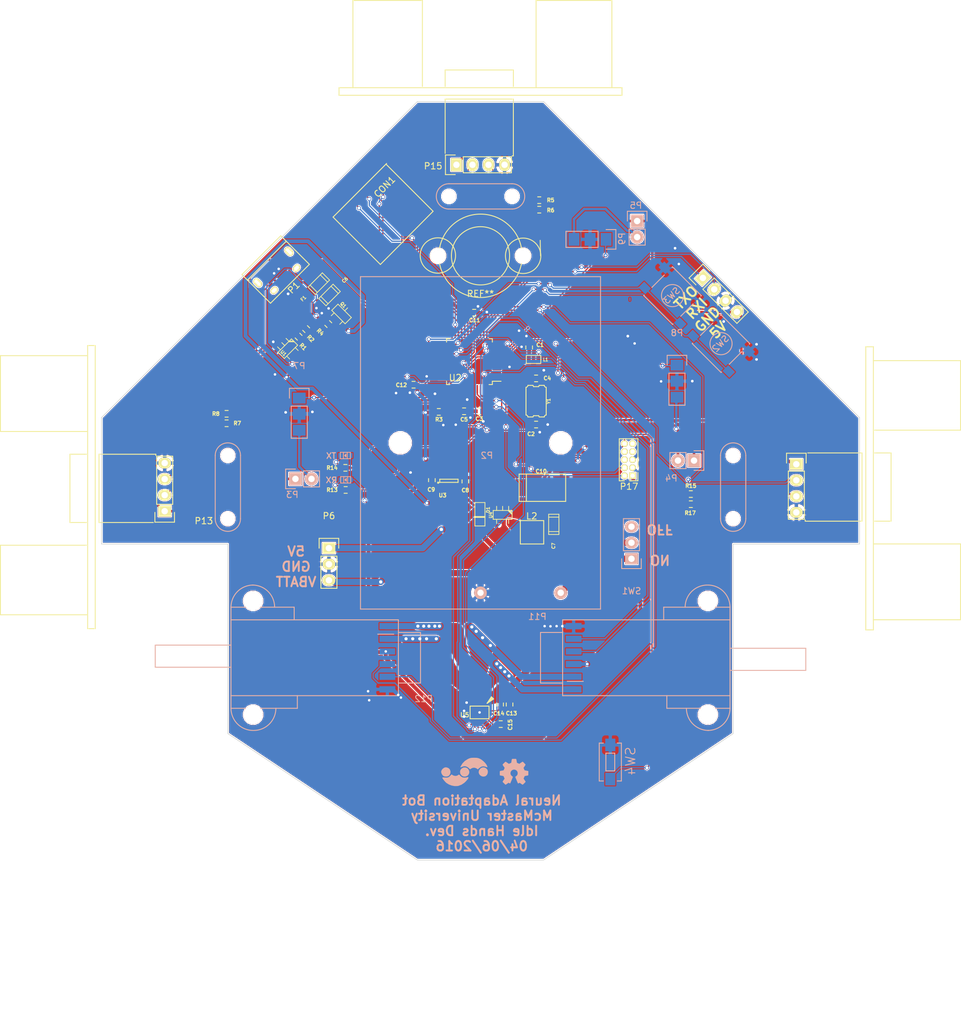
<source format=kicad_pcb>
(kicad_pcb (version 4) (host pcbnew "(2015-07-04 BZR 5884, Git c1bbf3e)-product")
  (title_block (title "Sensory Adaptation Robot") (date 2016-03-10) (rev 0.1a) (company "Idle Hands Dev.") (comment 1 "Sean Hodgins"))
  (layers (0 F.Cu signal) (31 B.Cu signal) (34 B.Paste user) (35 F.Paste user) (36 B.SilkS user) (37 F.SilkS user) (38 B.Mask user) (39 F.Mask user) (44 Edge.Cuts user))
  (net 0 "")
  (net 1 "Net-(C1-Pad1)")
  (net 2 GND)
  (net 3 "Net-(C2-Pad1)")
  (net 4 +3V3)
  (net 5 "Net-(C4-Pad1)")
  (net 6 "Net-(C5-Pad1)")
  (net 7 VCOM)
  (net 8 SBATT)
  (net 9 "Net-(D1-Pad2)")
  (net 10 "Net-(F1-Pad1)")
  (net 11 USB_D-)
  (net 12 USB_D+)
  (net 13 USB_ID)
  (net 14 "Net-(P1-Pad6)")
  (net 15 VBATT)
  (net 16 "Net-(P3-Pad2)")
  (net 17 "Net-(P4-Pad2)")
  (net 18 "Net-(P5-Pad2)")
  (net 19 /IR4)
  (net 20 /IR2)
  (net 21 /IR3)
  (net 22 /AM1)
  (net 23 /AM2)
  (net 24 /AENC1)
  (net 25 /AENC2)
  (net 26 /BM1)
  (net 27 /BM2)
  (net 28 /BENC1)
  (net 29 /BENC2)
  (net 30 "Net-(Q1-Pad3)")
  (net 31 USB_HOST_EN)
  (net 32 "Net-(SW1-Pad3)")
  (net 33 "Net-(U2-Pad4)")
  (net 34 "Net-(U2-Pad22)")
  (net 35 "Net-(U5-Pad11)")
  (net 36 /BIN2)
  (net 37 /BIN1)
  (net 38 "Net-(P17-Pad7)")
  (net 39 "Net-(P17-Pad9)")
  (net 40 SWCLK)
  (net 41 "Net-(P17-Pad6)")
  (net 42 "Net-(P17-Pad8)")
  (net 43 RESET)
  (net 44 SWDIO)
  (net 45 "Net-(CON1-Pad9)")
  (net 46 /SD_CS)
  (net 47 /SPI_MOSI)
  (net 48 /SPI_SCK)
  (net 49 /SPI_MISO)
  (net 50 "Net-(CON1-Pad8)")
  (net 51 /RXLED)
  (net 52 "Net-(D6-Pad1)")
  (net 53 /TXLED)
  (net 54 "Net-(D7-Pad1)")
  (net 55 /BUT1)
  (net 56 /BUT2)
  (net 57 /TXO)
  (net 58 /RXI)
  (net 59 "Net-(U2-Pad37)")
  (net 60 "Net-(U2-Pad38)")
  (net 61 /TRIG4)
  (net 62 /HVECHO4)
  (net 63 /TRIG2)
  (net 64 /HVECHO2)
  (net 65 /TRIG3)
  (net 66 /HVECHO3)
  (net 67 /ECHO3)
  (net 68 /ECHO4)
  (net 69 /ECHO2)
  (net 70 VCC)
  (net 71 "Net-(U2-Pad24)")
  (net 72 "Net-(CON1-Pad1)")
  (net 73 /AIN2)
  (module project_footprints:MicroSD_Card_Receptacle (layer F.Cu) (at 124.15 110.85 225)
    (fp_text reference CON1 (at 1.4 -2.35 225) (layer F.SilkS))
    (fp_text value MicroSD_Card)
    (pad 9 smd rect (at -1.3 -7.75 225) (size 0.8 1.5) (layers F.Cu F.Paste F.Mask) (net 45 "Net-(CON1-Pad9)"))
    (pad 9 smd rect (at 10.25 -0.15 225) (size 1.3 1.5) (layers F.Cu F.Paste F.Mask) (net 45 "Net-(CON1-Pad9)"))
    (pad 1 smd rect (at 7.7 0 225) (size 0.7 1.75) (layers F.Cu F.Paste F.Mask) (net 72 "Net-(CON1-Pad1)"))
    (pad 2 smd rect (at 6.6 0 225) (size 0.7 1.75) (layers F.Cu F.Paste F.Mask) (net 46 /SD_CS))
    (pad 3 smd rect (at 5.5 0 225) (size 0.7 1.75) (layers F.Cu F.Paste F.Mask) (net 47 /SPI_MOSI))
    (pad 4 smd rect (at 4.4 0 225) (size 0.7 1.75) (layers F.Cu F.Paste F.Mask) (net 4 +3V3))
    (pad 5 smd rect (at 3.3 0 225) (size 0.7 1.75) (layers F.Cu F.Paste F.Mask) (net 48 /SPI_SCK))
    (pad 6 smd rect (at 2.2 0 225) (size 0.7 1.75) (layers F.Cu F.Paste F.Mask) (net 2 GND))
    (pad 7 smd rect (at 1.1 0 225) (size 0.7 1.75) (layers F.Cu F.Paste F.Mask) (net 49 /SPI_MISO))
    (pad 8 smd rect (at 0 0 225) (size 0.7 1.75) (layers F.Cu F.Paste F.Mask) (net 50 "Net-(CON1-Pad8)"))
    (pad 9 smd rect (at -1.4 -0.15 225) (size 1.3 1.5) (layers F.Cu F.Paste F.Mask) (net 45 "Net-(CON1-Pad9)"))
    (pad 9 smd rect (at 10.55 -8.4 225) (size 0.8 1.4) (layers F.Cu F.Paste F.Mask) (net 45 "Net-(CON1-Pad9)"))
  )
  (module Connect:USB_Micro-B (layer F.Cu) (at 108 127 225)
    (fp_text reference P1 (at 0 -3.45 225) (layer F.SilkS))
    (fp_text value USB_OTG)
    (pad 1 smd rect (at -1.3009 -1.56254 315) (size 1.35 0.4) (layers F.Cu F.Paste F.Mask) (net 10 "Net-(F1-Pad1)"))
    (pad 2 smd rect (at -0.6509 -1.56254 315) (size 1.35 0.4) (layers F.Cu F.Paste F.Mask) (net 11 USB_D-))
    (pad 3 smd rect (at -0.0009 -1.56254 315) (size 1.35 0.4) (layers F.Cu F.Paste F.Mask) (net 12 USB_D+))
    (pad 4 smd rect (at 0.6491 -1.56254 315) (size 1.35 0.4) (layers F.Cu F.Paste F.Mask) (net 13 USB_ID))
    (pad 5 smd rect (at 1.2991 -1.56254 315) (size 1.35 0.4) (layers F.Cu F.Paste F.Mask) (net 2 GND))
    (pad 6 thru_hole oval (at -2.5009 -1.56254 315) (size 0.95 1.25) (drill oval 0.55 0.85) (layers *.Cu *.Mask F.SilkS) (net 14 "Net-(P1-Pad6)"))
    (pad 6 thru_hole oval (at 2.4991 -1.56254 315) (size 0.95 1.25) (drill oval 0.55 0.85) (layers *.Cu *.Mask F.SilkS) (net 14 "Net-(P1-Pad6)"))
    (pad 6 thru_hole oval (at -3.5009 1.13746 315) (size 1.55 1) (drill oval 1.15 0.5) (layers *.Cu *.Mask F.SilkS) (net 14 "Net-(P1-Pad6)"))
    (pad 6 thru_hole oval (at 3.4991 1.13746 315) (size 1.55 1) (drill oval 1.15 0.5) (layers *.Cu *.Mask F.SilkS) (net 14 "Net-(P1-Pad6)"))
  )
  (module project_footprints:Battery_3xAAA_Holder (layer B.Cu) (at 140 154)
    (fp_text reference P2 (at 1 2) (layer B.SilkS) (effects (justify mirror)))
    (fp_text value BatteryHolder)
    (pad 0 thru_hole circle (at 12.7 0) (size 3.45 3.45) (drill 3.45) (layers *.Cu *.Mask B.SilkS))
    (pad 1 thru_hole circle (at 0 23.72) (size 2 2) (drill 1) (layers *.Cu *.Mask B.SilkS) (net 2 GND))
    (pad 2 thru_hole circle (at 12.7 23.72) (size 2 2) (drill 1.02) (layers *.Cu *.Mask B.SilkS) (net 15 VBATT))
    (pad 0 thru_hole circle (at -12.7 0) (size 3.45 3.45) (drill 3.45) (layers *.Cu *.Mask B.SilkS))
  )
  (module project_footprints:TQFP-48_7x7mm_Pitch0.5mm (layer F.Cu) (at 138.25 141.15 180)
    (fp_text reference U2 (at 2.25 -2.55 180) (layer F.SilkS))
    (fp_text value SAMD21G18 hide)
    (pad 1 smd rect (at -4.35 -2.75 180) (size 1.3 0.25) (layers F.Cu F.Paste F.Mask) (net 3 "Net-(C2-Pad1)"))
    (pad 2 smd rect (at -4.35 -2.25 180) (size 1.3 0.25) (layers F.Cu F.Paste F.Mask) (net 5 "Net-(C4-Pad1)"))
    (pad 3 smd rect (at -4.35 -1.75 180) (size 1.3 0.25) (layers F.Cu F.Paste F.Mask) (net 73 /AIN2))
    (pad 4 smd rect (at -4.35 -1.25 180) (size 1.3 0.25) (layers F.Cu F.Paste F.Mask) (net 33 "Net-(U2-Pad4)"))
    (pad 5 smd rect (at -4.35 -0.75 180) (size 1.3 0.25) (layers F.Cu F.Paste F.Mask) (net 2 GND))
    (pad 6 smd rect (at -4.35 -0.25 180) (size 1.3 0.25) (layers F.Cu F.Paste F.Mask) (net 1 "Net-(C1-Pad1)"))
    (pad 7 smd rect (at -4.35 0.25 180) (size 1.3 0.25) (layers F.Cu F.Paste F.Mask) (net 20 /IR2))
    (pad 8 smd rect (at -4.35 0.75 180) (size 1.3 0.25) (layers F.Cu F.Paste F.Mask) (net 19 /IR4))
    (pad 9 smd rect (at -4.35 1.25 180) (size 1.3 0.25) (layers F.Cu F.Paste F.Mask) (net 21 /IR3))
    (pad 10 smd rect (at -4.35 1.75 180) (size 1.3 0.25) (layers F.Cu F.Paste F.Mask) (net 24 /AENC1))
    (pad 11 smd rect (at -4.35 2.25 180) (size 1.3 0.25) (layers F.Cu F.Paste F.Mask) (net 36 /BIN2))
    (pad 12 smd rect (at -4.35 2.75 180) (size 1.3 0.25) (layers F.Cu F.Paste F.Mask) (net 37 /BIN1))
    (pad 13 smd rect (at -2.75 4.35 270) (size 1.3 0.25) (layers F.Cu F.Paste F.Mask) (net 63 /TRIG2))
    (pad 14 smd rect (at -2.25 4.35 270) (size 1.3 0.25) (layers F.Cu F.Paste F.Mask) (net 69 /ECHO2))
    (pad 15 smd rect (at -1.75 4.35 270) (size 1.3 0.25) (layers F.Cu F.Paste F.Mask) (net 57 /TXO))
    (pad 16 smd rect (at -1.25 4.35 270) (size 1.3 0.25) (layers F.Cu F.Paste F.Mask) (net 58 /RXI))
    (pad 17 smd rect (at -0.75 4.35 270) (size 1.3 0.25) (layers F.Cu F.Paste F.Mask) (net 4 +3V3))
    (pad 18 smd rect (at -0.25 4.35 270) (size 1.3 0.25) (layers F.Cu F.Paste F.Mask) (net 2 GND))
    (pad 19 smd rect (at 0.25 4.35 270) (size 1.3 0.25) (layers F.Cu F.Paste F.Mask) (net 47 /SPI_MOSI))
    (pad 20 smd rect (at 0.75 4.35 270) (size 1.3 0.25) (layers F.Cu F.Paste F.Mask) (net 48 /SPI_SCK))
    (pad 21 smd rect (at 1.25 4.35 270) (size 1.3 0.25) (layers F.Cu F.Paste F.Mask) (net 49 /SPI_MISO))
    (pad 22 smd rect (at 1.75 4.35 270) (size 1.3 0.25) (layers F.Cu F.Paste F.Mask) (net 34 "Net-(U2-Pad22)"))
    (pad 23 smd rect (at 2.25 4.35 270) (size 1.3 0.25) (layers F.Cu F.Paste F.Mask) (net 46 /SD_CS))
    (pad 24 smd rect (at 2.75 4.35 270) (size 1.3 0.25) (layers F.Cu F.Paste F.Mask) (net 71 "Net-(U2-Pad24)"))
    (pad 25 smd rect (at 4.35 2.75 180) (size 1.3 0.25) (layers F.Cu F.Paste F.Mask) (net 55 /BUT1))
    (pad 26 smd rect (at 4.35 2.25 180) (size 1.3 0.25) (layers F.Cu F.Paste F.Mask) (net 28 /BENC1))
    (pad 27 smd rect (at 4.35 1.75 180) (size 1.3 0.25) (layers F.Cu F.Paste F.Mask) (net 56 /BUT2))
    (pad 28 smd rect (at 4.35 1.25 180) (size 1.3 0.25) (layers F.Cu F.Paste F.Mask) (net 29 /BENC2))
    (pad 29 smd rect (at 4.35 0.75 180) (size 1.3 0.25) (layers F.Cu F.Paste F.Mask) (net 67 /ECHO3))
    (pad 30 smd rect (at 4.35 0.25 180) (size 1.3 0.25) (layers F.Cu F.Paste F.Mask) (net 65 /TRIG3))
    (pad 31 smd rect (at 4.35 -0.25 180) (size 1.3 0.25) (layers F.Cu F.Paste F.Mask) (net 68 /ECHO4))
    (pad 32 smd rect (at 4.35 -0.75 180) (size 1.3 0.25) (layers F.Cu F.Paste F.Mask) (net 61 /TRIG4))
    (pad 33 smd rect (at 4.35 -1.25 180) (size 1.3 0.25) (layers F.Cu F.Paste F.Mask) (net 11 USB_D-))
    (pad 34 smd rect (at 4.35 -1.75 180) (size 1.3 0.25) (layers F.Cu F.Paste F.Mask) (net 12 USB_D+))
    (pad 35 smd rect (at 4.35 -2.25 180) (size 1.3 0.25) (layers F.Cu F.Paste F.Mask) (net 2 GND))
    (pad 36 smd rect (at 4.35 -2.75 180) (size 1.3 0.25) (layers F.Cu F.Paste F.Mask) (net 4 +3V3))
    (pad 37 smd rect (at 2.75 -4.35 270) (size 1.3 0.25) (layers F.Cu F.Paste F.Mask) (net 59 "Net-(U2-Pad37)"))
    (pad 38 smd rect (at 2.25 -4.35 270) (size 1.3 0.25) (layers F.Cu F.Paste F.Mask) (net 60 "Net-(U2-Pad38)"))
    (pad 39 smd rect (at 1.75 -4.35 270) (size 1.3 0.25) (layers F.Cu F.Paste F.Mask) (net 53 /TXLED))
    (pad 40 smd rect (at 1.25 -4.35 270) (size 1.3 0.25) (layers F.Cu F.Paste F.Mask) (net 43 RESET))
    (pad 41 smd rect (at 0.75 -4.35 270) (size 1.3 0.25) (layers F.Cu F.Paste F.Mask) (net 31 USB_HOST_EN))
    (pad 42 smd rect (at 0.25 -4.35 270) (size 1.3 0.25) (layers F.Cu F.Paste F.Mask) (net 2 GND))
    (pad 43 smd rect (at -0.25 -4.35 270) (size 1.3 0.25) (layers F.Cu F.Paste F.Mask) (net 6 "Net-(C5-Pad1)"))
    (pad 44 smd rect (at -0.75 -4.35 270) (size 1.3 0.25) (layers F.Cu F.Paste F.Mask) (net 4 +3V3))
    (pad 45 smd rect (at -1.25 -4.35 270) (size 1.3 0.25) (layers F.Cu F.Paste F.Mask) (net 40 SWCLK))
    (pad 46 smd rect (at -1.75 -4.35 270) (size 1.3 0.25) (layers F.Cu F.Paste F.Mask) (net 44 SWDIO))
    (pad 47 smd rect (at -2.25 -4.35 270) (size 1.3 0.25) (layers F.Cu F.Paste F.Mask) (net 25 /AENC2))
    (pad 48 smd rect (at -2.75 -4.35 270) (size 1.3 0.25) (layers F.Cu F.Paste F.Mask) (net 51 /RXLED))
  )
  (module project_footprints:Wheel_Ball (layer F.Cu) (at 140 124.4)
    (fp_text reference REF** (at 0 6) (layer F.SilkS))
    (fp_text value Wheel_Ball)
    (pad 1 thru_hole circle (at -6.73 0) (size 2.4 2.4) (drill 2.4) (layers *.Cu *.Mask F.SilkS))
    (pad 1 thru_hole circle (at 6.73 0) (size 2.4 2.4) (drill 2.4) (layers *.Cu *.Mask F.SilkS))
  )
  (module project_footprints:C_0402_Hand (layer F.Cu) (at 147.7 138.9 90)
    (fp_text reference C1 (at 0.4 1.725 180) (layer F.SilkS) (effects (font (size 0.6 0.6))))
    (fp_text value 0.1uF hide)
    (pad 1 smd rect (at -0.6 0 90) (size 0.7 0.6) (layers F.Cu F.Paste F.Mask) (net 1 "Net-(C1-Pad1)"))
    (pad 2 smd rect (at 0.6 0 90) (size 0.7 0.6) (layers F.Cu F.Paste F.Mask) (net 2 GND))
  )
  (module project_footprints:C_0402_Hand (layer F.Cu) (at 148.8 151.1)
    (fp_text reference C2 (at -0.8 1.5) (layer F.SilkS) (effects (font (size 0.6 0.6))))
    (fp_text value 15pF hide)
    (pad 1 smd rect (at -0.6 0) (size 0.7 0.6) (layers F.Cu F.Paste F.Mask) (net 3 "Net-(C2-Pad1)"))
    (pad 2 smd rect (at 0.6 0) (size 0.7 0.6) (layers F.Cu F.Paste F.Mask) (net 2 GND))
  )
  (module project_footprints:C_0402_Hand (layer F.Cu) (at 139.8 149)
    (fp_text reference C3 (at 0 1.2) (layer F.SilkS) (effects (font (size 0.6 0.6))))
    (fp_text value 0.1uF hide)
    (pad 1 smd rect (at -0.6 0) (size 0.7 0.6) (layers F.Cu F.Paste F.Mask) (net 4 +3V3))
    (pad 2 smd rect (at 0.6 0) (size 0.7 0.6) (layers F.Cu F.Paste F.Mask) (net 2 GND))
  )
  (module project_footprints:C_0402_Hand (layer F.Cu) (at 148.8 143.8)
    (fp_text reference C4 (at 1.775 -0.025) (layer F.SilkS) (effects (font (size 0.6 0.6))))
    (fp_text value 15pF hide)
    (pad 1 smd rect (at -0.6 0) (size 0.7 0.6) (layers F.Cu F.Paste F.Mask) (net 5 "Net-(C4-Pad1)"))
    (pad 2 smd rect (at 0.6 0) (size 0.7 0.6) (layers F.Cu F.Paste F.Mask) (net 2 GND))
  )
  (module project_footprints:C_0402_Hand (layer F.Cu) (at 137.4 149 180)
    (fp_text reference C5 (at 0 -1.3 180) (layer F.SilkS) (effects (font (size 0.6 0.6))))
    (fp_text value 0.1uF hide)
    (pad 1 smd rect (at -0.6 0 180) (size 0.7 0.6) (layers F.Cu F.Paste F.Mask) (net 6 "Net-(C5-Pad1)"))
    (pad 2 smd rect (at 0.6 0 180) (size 0.7 0.6) (layers F.Cu F.Paste F.Mask) (net 2 GND))
  )
  (module project_footprints:C_0402_Hand (layer F.Cu) (at 137.6 160.1 90)
    (fp_text reference C8 (at -1.4 0 180) (layer F.SilkS) (effects (font (size 0.6 0.6))))
    (fp_text value 1uF hide)
    (pad 1 smd rect (at -0.6 0 90) (size 0.7 0.6) (layers F.Cu F.Paste F.Mask) (net 70 VCC))
    (pad 2 smd rect (at 0.6 0 90) (size 0.7 0.6) (layers F.Cu F.Paste F.Mask) (net 2 GND))
  )
  (module project_footprints:C_0402_Hand (layer F.Cu) (at 132.3 159.9 270)
    (fp_text reference C9 (at 1.5 0.1 360) (layer F.SilkS) (effects (font (size 0.6 0.6))))
    (fp_text value 2.2uF hide)
    (pad 1 smd rect (at -0.6 0 270) (size 0.7 0.6) (layers F.Cu F.Paste F.Mask) (net 4 +3V3))
    (pad 2 smd rect (at 0.6 0 270) (size 0.7 0.6) (layers F.Cu F.Paste F.Mask) (net 2 GND))
  )
  (module project_footprints:C_0402_Hand (layer F.Cu) (at 139 133.4)
    (fp_text reference C11 (at 0.075 1.2) (layer F.SilkS) (effects (font (size 0.6 0.6))))
    (fp_text value 0.1uF hide)
    (pad 1 smd rect (at -0.6 0) (size 0.7 0.6) (layers F.Cu F.Paste F.Mask) (net 4 +3V3))
    (pad 2 smd rect (at 0.6 0) (size 0.7 0.6) (layers F.Cu F.Paste F.Mask) (net 2 GND))
  )
  (module project_footprints:C_0402_Hand (layer F.Cu) (at 129.4 144.8 180)
    (fp_text reference C12 (at 1.925 -0.05 180) (layer F.SilkS) (effects (font (size 0.6 0.6))))
    (fp_text value 0.1uF hide)
    (pad 1 smd rect (at -0.6 0 180) (size 0.7 0.6) (layers F.Cu F.Paste F.Mask) (net 4 +3V3))
    (pad 2 smd rect (at 0.6 0 180) (size 0.7 0.6) (layers F.Cu F.Paste F.Mask) (net 2 GND))
  )
  (module project_footprints:C_0402_Hand (layer F.Cu) (at 144.6 195.4 270)
    (fp_text reference C13 (at 1.4 -0.3 540) (layer F.SilkS) (effects (font (size 0.6 0.6))))
    (fp_text value 10uF hide)
    (pad 1 smd rect (at -0.6 0 270) (size 0.7 0.6) (layers F.Cu F.Paste F.Mask) (net 8 SBATT))
    (pad 2 smd rect (at 0.6 0 270) (size 0.7 0.6) (layers F.Cu F.Paste F.Mask) (net 2 GND))
  )
  (module project_footprints:C_0402_Hand (layer F.Cu) (at 143.1 195.4 270)
    (fp_text reference C14 (at 1.4 0.2 540) (layer F.SilkS) (effects (font (size 0.6 0.6))))
    (fp_text value 0.1uF hide)
    (pad 1 smd rect (at -0.6 0 270) (size 0.7 0.6) (layers F.Cu F.Paste F.Mask) (net 8 SBATT))
    (pad 2 smd rect (at 0.6 0 270) (size 0.7 0.6) (layers F.Cu F.Paste F.Mask) (net 2 GND))
  )
  (module project_footprints:C_0402_Hand (layer F.Cu) (at 143.2 198.5)
    (fp_text reference C15 (at 1.5 0.1 90) (layer F.SilkS) (effects (font (size 0.6 0.6))))
    (fp_text value 0.1uF hide)
    (pad 1 smd rect (at -0.6 0) (size 0.7 0.6) (layers F.Cu F.Paste F.Mask) (net 4 +3V3))
    (pad 2 smd rect (at 0.6 0) (size 0.7 0.6) (layers F.Cu F.Paste F.Mask) (net 2 GND))
  )
  (module project_footprints:c_1206 (layer F.Cu) (at 114.4 128.8 225)
    (fp_text reference F1 (at 3.4 0.05 225) (layer F.SilkS) (effects (font (size 0.50038 0.50038) (thickness 0.11938))))
    (fp_text value 500mA hide)
    (pad 1 smd rect (at 1.397 0 225) (size 1.6002 1.8034) (layers F.Cu F.Paste F.Mask) (net 10 "Net-(F1-Pad1)"))
    (pad 2 smd rect (at -1.397 0 225) (size 1.6002 1.8034) (layers F.Cu F.Paste F.Mask) (net 7 VCOM))
  )
  (module project_footprints:R_SM0603 (layer F.Cu) (at 148.4 140.8 180)
    (fp_text reference L1 (at -1.9 -0.025 360) (layer F.SilkS) (effects (font (size 0.508 0.4572) (thickness 0.1143))))
    (fp_text value "FB - 30Ohm" hide)
    (pad 1 smd rect (at -0.762 0 180) (size 0.635 1.143) (layers F.Cu F.Paste F.Mask) (net 4 +3V3))
    (pad 2 smd rect (at 0.762 0 180) (size 0.635 1.143) (layers F.Cu F.Paste F.Mask) (net 1 "Net-(C1-Pad1)"))
  )
  (module project_footprints:I_1212 (layer F.Cu) (at 148.104027 168.196367)
    (fp_text reference L2 (at 0 -2.6) (layer F.SilkS))
    (fp_text value 47uH hide)
    (pad 1 smd rect (at 1.1 0) (size 1.15 3.3) (layers F.Cu F.Paste F.Mask) (net 8 SBATT))
    (pad 2 smd rect (at -1.1 0) (size 1.15 3.3) (layers F.Cu F.Paste F.Mask) (net 9 "Net-(D1-Pad2)"))
  )
  (module Pin_Headers:Pin_Header_Straight_1x02 (layer B.Cu) (at 110.7 159.7 270)
    (fp_text reference P3 (at 2.5 0.5 360) (layer B.SilkS) (effects (justify mirror)))
    (fp_text value IR4_JMP)
    (pad 1 thru_hole rect (at 0 0 270) (size 2.032 2.032) (drill 1.016) (layers *.Cu *.Mask B.SilkS) (net 70 VCC))
    (pad 2 thru_hole oval (at 0 -2.54 270) (size 2.032 2.032) (drill 1.016) (layers *.Cu *.Mask B.SilkS) (net 16 "Net-(P3-Pad2)"))
  )
  (module Pin_Headers:Pin_Header_Straight_1x02 (layer B.Cu) (at 173.8 156.8 90)
    (fp_text reference P4 (at -2.8 -3.6 180) (layer B.SilkS) (effects (justify mirror)))
    (fp_text value IR2_JMP)
    (pad 1 thru_hole rect (at 0 0 90) (size 2.032 2.032) (drill 1.016) (layers *.Cu *.Mask B.SilkS) (net 70 VCC))
    (pad 2 thru_hole oval (at 0 -2.54 90) (size 2.032 2.032) (drill 1.016) (layers *.Cu *.Mask B.SilkS) (net 17 "Net-(P4-Pad2)"))
  )
  (module Pin_Headers:Pin_Header_Straight_1x02 (layer B.Cu) (at 164.8 118.9 180)
    (fp_text reference P5 (at 0.2 2.46 180) (layer B.SilkS) (effects (justify mirror)))
    (fp_text value IR3_JMP)
    (pad 1 thru_hole rect (at 0 0 180) (size 2.032 2.032) (drill 1.016) (layers *.Cu *.Mask B.SilkS) (net 70 VCC))
    (pad 2 thru_hole oval (at 0 -2.54 180) (size 2.032 2.032) (drill 1.016) (layers *.Cu *.Mask B.SilkS) (net 18 "Net-(P5-Pad2)"))
  )
  (module project_footprints:R_0402_Hand (layer F.Cu) (at 111.2 137.2 135)
    (fp_text reference R1 (at -1.626346 -0.636396 135) (layer F.SilkS) (effects (font (size 0.6 0.6))))
    (fp_text value 100k hide)
    (pad 1 smd rect (at -0.6 0 135) (size 0.7 0.6) (layers F.Cu F.Paste F.Mask) (net 70 VCC))
    (pad 2 smd rect (at 0.6 0 135) (size 0.7 0.6) (layers F.Cu F.Paste F.Mask) (net 13 USB_ID))
  )
  (module project_footprints:R_0402_Hand (layer F.Cu) (at 112.4 136 315)
    (fp_text reference R2 (at 1.555635 0.565685 315) (layer F.SilkS) (effects (font (size 0.6 0.6))))
    (fp_text value 330 hide)
    (pad 1 smd rect (at -0.6 0 315) (size 0.7 0.6) (layers F.Cu F.Paste F.Mask) (net 13 USB_ID))
    (pad 2 smd rect (at 0.6 0 315) (size 0.7 0.6) (layers F.Cu F.Paste F.Mask) (net 31 USB_HOST_EN))
  )
  (module project_footprints:R_0402_Hand (layer F.Cu) (at 133.4 149.1)
    (fp_text reference R3 (at 0.025 1.2) (layer F.SilkS) (effects (font (size 0.6 0.6))))
    (fp_text value 10k hide)
    (pad 1 smd rect (at -0.6 0) (size 0.7 0.6) (layers F.Cu F.Paste F.Mask) (net 4 +3V3))
    (pad 2 smd rect (at 0.6 0) (size 0.7 0.6) (layers F.Cu F.Paste F.Mask) (net 43 RESET))
  )
  (module project_footprints:R_0402_Hand (layer F.Cu) (at 115.9 135.2 135)
    (fp_text reference R4 (at 0 -1.8 135) (layer F.SilkS) (effects (font (size 0.6 0.6))))
    (fp_text value 47K hide)
    (pad 1 smd rect (at -0.6 0 135) (size 0.7 0.6) (layers F.Cu F.Paste F.Mask) (net 70 VCC))
    (pad 2 smd rect (at 0.6 0 135) (size 0.7 0.6) (layers F.Cu F.Paste F.Mask) (net 30 "Net-(Q1-Pad3)"))
  )
  (module Pin_Headers:Pin_Header_Straight_1x03 (layer B.Cu) (at 163.9 172.34)
    (fp_text reference SW1 (at 0 5.1) (layer B.SilkS) (effects (justify mirror)))
    (fp_text value SWITCH_INV)
    (pad 1 thru_hole rect (at 0 0) (size 2.032 1.7272) (drill 1.016) (layers *.Cu *.Mask B.SilkS) (net 15 VBATT))
    (pad 2 thru_hole oval (at 0 -2.54) (size 2.032 1.7272) (drill 1.016) (layers *.Cu *.Mask B.SilkS) (net 8 SBATT))
    (pad 3 thru_hole oval (at 0 -5.08) (size 2.032 1.7272) (drill 1.016) (layers *.Cu *.Mask B.SilkS) (net 32 "Net-(SW1-Pad3)"))
  )
  (module project_footprints:sot23-5 (layer F.Cu) (at 109.5 139.1 225)
    (fp_text reference U1 (at 0.989949 0 315) (layer F.SilkS) (effects (font (size 0.5 0.5) (thickness 0.125))))
    (fp_text value 74AHC1G125 hide)
    (pad 1 smd rect (at -0.9525 1.05664 225) (size 0.59944 1.00076) (layers F.Cu F.Paste F.Mask) (net 13 USB_ID))
    (pad 3 smd rect (at 0.9525 1.05664 225) (size 0.59944 1.00076) (layers F.Cu F.Paste F.Mask) (net 2 GND))
    (pad 2 smd rect (at 0 1.05664 225) (size 0.59944 1.00076) (layers F.Cu F.Paste F.Mask) (net 13 USB_ID))
    (pad 4 smd rect (at 0.9525 -1.05664 225) (size 0.59944 1.00076) (layers F.Cu F.Paste F.Mask) (net 30 "Net-(Q1-Pad3)"))
    (pad 5 smd rect (at -0.9525 -1.05664 225) (size 0.59944 1.00076) (layers F.Cu F.Paste F.Mask) (net 70 VCC))
  )
  (module TO_SOT_Packages_SMD:SOT-23-5 (layer F.Cu) (at 135 160 90)
    (fp_text reference U3 (at -2.3 -1 180) (layer F.SilkS) (effects (font (size 0.6 0.6))))
    (fp_text value AP2112K-3.3V hide)
    (pad 1 smd rect (at -1.1 -0.95 90) (size 1.06 0.65) (layers F.Cu F.Paste F.Mask) (net 70 VCC))
    (pad 2 smd rect (at -1.1 0 90) (size 1.06 0.65) (layers F.Cu F.Paste F.Mask) (net 2 GND))
    (pad 3 smd rect (at -1.1 0.95 90) (size 1.06 0.65) (layers F.Cu F.Paste F.Mask) (net 70 VCC))
    (pad 4 smd rect (at 1.1 0.95 90) (size 1.06 0.65) (layers F.Cu F.Paste F.Mask))
    (pad 5 smd rect (at 1.1 -0.95 90) (size 1.06 0.65) (layers F.Cu F.Paste F.Mask) (net 4 +3V3))
  )
  (module project_footprints:sot23-5 (layer F.Cu) (at 143.504027 165.396367 180)
    (fp_text reference U4 (at 1.89 -0.04 270) (layer F.SilkS) (effects (font (size 0.5 0.5) (thickness 0.125))))
    (fp_text value NCP1402 hide)
    (pad 1 smd rect (at -0.9525 1.05664 180) (size 0.59944 1.00076) (layers F.Cu F.Paste F.Mask) (net 70 VCC))
    (pad 3 smd rect (at 0.9525 1.05664 180) (size 0.59944 1.00076) (layers F.Cu F.Paste F.Mask))
    (pad 2 smd rect (at 0 1.05664 180) (size 0.59944 1.00076) (layers F.Cu F.Paste F.Mask) (net 70 VCC))
    (pad 4 smd rect (at 0.9525 -1.05664 180) (size 0.59944 1.00076) (layers F.Cu F.Paste F.Mask) (net 2 GND))
    (pad 5 smd rect (at -0.9525 -1.05664 180) (size 0.59944 1.00076) (layers F.Cu F.Paste F.Mask) (net 9 "Net-(D1-Pad2)"))
  )
  (module project_footprints:crystal_smd_5x3.2mm (layer F.Cu) (at 148.8 147.4 270)
    (fp_text reference Y1 (at 0 -2 270) (layer F.SilkS) (effects (font (size 0.5 0.5) (thickness 0.125))))
    (fp_text value Crystal_Small hide)
    (pad 1 smd rect (at -1.85 0 270) (size 1.7 2.4) (layers F.Cu F.Paste F.Mask) (net 5 "Net-(C4-Pad1)"))
    (pad 2 smd rect (at 1.85 0 270) (size 1.7 2.4) (layers F.Cu F.Paste F.Mask) (net 3 "Net-(C2-Pad1)"))
  )
  (module project_footprints:sod323 (layer F.Cu) (at 139.904027 165.296367 270)
    (fp_text reference D1 (at -0.7 -1.3 270) (layer F.SilkS) (effects (font (size 0.5 0.5) (thickness 0.125))))
    (fp_text value BAT20J hide)
    (pad 1 smd rect (at -1.45 0 270) (size 1.5 1.2) (layers F.Cu F.Paste F.Mask) (net 70 VCC))
    (pad 2 smd rect (at 1.45 0 270) (size 1.5 1.2) (layers F.Cu F.Paste F.Mask) (net 9 "Net-(D1-Pad2)"))
  )
  (module Capacitors_Tantalum_SMD:TantalC_SizeV_EIA-7343 (layer F.Cu) (at 149.8 161.1 180)
    (fp_text reference C10 (at 0.2 2.6 180) (layer F.SilkS) (effects (font (size 0.6 0.6))))
    (fp_text value 68uF hide)
    (pad 1 smd rect (at 2.99974 0 180) (size 2.55016 2.70002) (layers F.Cu F.Paste F.Mask) (net 70 VCC))
    (pad 2 smd rect (at -2.99974 0 180) (size 2.55016 3.79984) (layers F.Cu F.Paste F.Mask) (net 2 GND))
  )
  (module project_footprints:c_1206 (layer F.Cu) (at 151.604027 166.896367 270)
    (fp_text reference C7 (at 3.4 0.05 270) (layer F.SilkS) (effects (font (size 0.50038 0.50038) (thickness 0.11938))))
    (fp_text value 10uF hide)
    (pad 1 smd rect (at 1.397 0 270) (size 1.6002 1.8034) (layers F.Cu F.Paste F.Mask) (net 8 SBATT))
    (pad 2 smd rect (at -1.397 0 270) (size 1.6002 1.8034) (layers F.Cu F.Paste F.Mask) (net 2 GND))
  )
  (module project_footprints:Pin_Header_SMD_1x03 (layer B.Cu) (at 111.3 146.92 180)
    (fp_text reference P7 (at 0 5.1 180) (layer B.SilkS) (effects (justify mirror)))
    (fp_text value IR_4)
    (pad 1 smd rect (at 0 0 180) (size 2.032 1.7272) (layers B.Cu B.Paste B.Mask) (net 19 /IR4))
    (pad 2 smd rect (at 0 -2.54 180) (size 2.032 1.7272) (layers B.Cu B.Paste B.Mask) (net 2 GND))
    (pad 3 smd rect (at 0 -5.08 180) (size 2.032 1.7272) (layers B.Cu B.Paste B.Mask) (net 16 "Net-(P3-Pad2)"))
  )
  (module project_footprints:Pin_Header_SMD_1x03 (layer B.Cu) (at 159.88 121.8 90)
    (fp_text reference P9 (at 0.1 2.52 90) (layer B.SilkS) (effects (justify mirror)))
    (fp_text value IR_3)
    (pad 1 smd rect (at 0 0 90) (size 2.032 1.7272) (layers B.Cu B.Paste B.Mask) (net 21 /IR3))
    (pad 2 smd rect (at 0 -2.54 90) (size 2.032 1.7272) (layers B.Cu B.Paste B.Mask) (net 2 GND))
    (pad 3 smd rect (at 0 -5.08 90) (size 2.032 1.7272) (layers B.Cu B.Paste B.Mask) (net 18 "Net-(P5-Pad2)"))
  )
  (module project_footprints:Pin_Header_SMD_1x03 (layer B.Cu) (at 171.1 141.7 180)
    (fp_text reference P8 (at 0 5.1 180) (layer B.SilkS) (effects (justify mirror)))
    (fp_text value IR_2)
    (pad 1 smd rect (at 0 0 180) (size 2.032 1.7272) (layers B.Cu B.Paste B.Mask) (net 20 /IR2))
    (pad 2 smd rect (at 0 -2.54 180) (size 2.032 1.7272) (layers B.Cu B.Paste B.Mask) (net 2 GND))
    (pad 3 smd rect (at 0 -5.08 180) (size 2.032 1.7272) (layers B.Cu B.Paste B.Mask) (net 17 "Net-(P4-Pad2)"))
  )
  (module project_footprints:Sharp_2Y0A02_MountNarrow (layer B.Cu) (at 100 161 270)
    (fp_text reference REF** hide)
    (fp_text value Sharp_2Y0A02)
    (pad 0 thru_hole circle (at 5 0 270) (size 2.2 2.2) (drill 2.2) (layers *.Cu *.Mask B.SilkS))
    (pad 0 thru_hole circle (at -5 0 270) (size 2.2 2.2) (drill 2.2) (layers *.Cu *.Mask B.SilkS))
  )
  (module project_footprints:SonarSensor_HCSR04 (layer F.Cu) (at 90 161 180)
    (fp_text reference P13 (at -6.2 -5.35 180) (layer F.SilkS))
    (fp_text value SONAR_4)
    (pad 4 thru_hole rect (at 0 -3.81 180) (size 2.032 1.7272) (drill 1.016) (layers *.Cu *.Mask F.SilkS) (net 70 VCC))
    (pad 3 thru_hole oval (at 0 -1.27 180) (size 2.032 1.7272) (drill 1.016) (layers *.Cu *.Mask F.SilkS) (net 61 /TRIG4))
    (pad 2 thru_hole oval (at 0 1.27 180) (size 2.032 1.7272) (drill 1.016) (layers *.Cu *.Mask F.SilkS) (net 62 /HVECHO4))
    (pad 1 thru_hole oval (at 0 3.81 180) (size 2.032 1.7272) (drill 1.016) (layers *.Cu *.Mask F.SilkS) (net 2 GND))
  )
  (module project_footprints:SonarSensor_HCSR04 (layer F.Cu) (at 140 110 90)
    (fp_text reference P15 (at -0.2 -7.5 180) (layer F.SilkS))
    (fp_text value SONAR_3)
    (pad 4 thru_hole rect (at 0 -3.81 90) (size 2.032 1.7272) (drill 1.016) (layers *.Cu *.Mask F.SilkS) (net 70 VCC))
    (pad 3 thru_hole oval (at 0 -1.27 90) (size 2.032 1.7272) (drill 1.016) (layers *.Cu *.Mask F.SilkS) (net 65 /TRIG3))
    (pad 2 thru_hole oval (at 0 1.27 90) (size 2.032 1.7272) (drill 1.016) (layers *.Cu *.Mask F.SilkS) (net 66 /HVECHO3))
    (pad 1 thru_hole oval (at 0 3.81 90) (size 2.032 1.7272) (drill 1.016) (layers *.Cu *.Mask F.SilkS) (net 2 GND))
  )
  (module project_footprints:SonarSensor_HCSR04 (layer F.Cu) (at 190 161.19)
    (fp_text reference P14 hide)
    (fp_text value SONAR_2)
    (pad 4 thru_hole rect (at 0 -3.81) (size 2.032 1.7272) (drill 1.016) (layers *.Cu *.Mask F.SilkS) (net 70 VCC))
    (pad 3 thru_hole oval (at 0 -1.27) (size 2.032 1.7272) (drill 1.016) (layers *.Cu *.Mask F.SilkS) (net 63 /TRIG2))
    (pad 2 thru_hole oval (at 0 1.27) (size 2.032 1.7272) (drill 1.016) (layers *.Cu *.Mask F.SilkS) (net 64 /HVECHO2))
    (pad 1 thru_hole oval (at 0 3.81) (size 2.032 1.7272) (drill 1.016) (layers *.Cu *.Mask F.SilkS) (net 2 GND))
  )
  (module Pin_Headers:Pin_Header_Straight_2x05_Pitch1.27mm (layer F.Cu) (at 164.07 159.2 180)
    (fp_text reference P17 (at 0.55 -1.7 180) (layer F.SilkS))
    (fp_text value DBG_CONN)
    (pad 1 thru_hole rect (at 0 0 180) (size 1.05 1.05) (drill 0.65) (layers *.Cu *.Mask F.SilkS) (net 4 +3V3))
    (pad 3 thru_hole circle (at 0 1.27 180) (size 1.05 1.05) (drill 0.65) (layers *.Cu *.Mask F.SilkS) (net 2 GND))
    (pad 5 thru_hole circle (at 0 2.54 180) (size 1.05 1.05) (drill 0.65) (layers *.Cu *.Mask F.SilkS) (net 2 GND))
    (pad 7 thru_hole circle (at 0 3.81 180) (size 1.05 1.05) (drill 0.65) (layers *.Cu *.Mask F.SilkS) (net 38 "Net-(P17-Pad7)"))
    (pad 9 thru_hole circle (at 0 5.08 180) (size 1.05 1.05) (drill 0.65) (layers *.Cu *.Mask F.SilkS) (net 39 "Net-(P17-Pad9)"))
    (pad 4 thru_hole circle (at 1.27 1.27 180) (size 1.05 1.05) (drill 0.65) (layers *.Cu *.Mask F.SilkS) (net 40 SWCLK))
    (pad 6 thru_hole circle (at 1.27 2.54 180) (size 1.05 1.05) (drill 0.65) (layers *.Cu *.Mask F.SilkS) (net 41 "Net-(P17-Pad6)"))
    (pad 8 thru_hole circle (at 1.27 3.81 180) (size 1.05 1.05) (drill 0.65) (layers *.Cu *.Mask F.SilkS) (net 42 "Net-(P17-Pad8)"))
    (pad 10 thru_hole circle (at 1.27 5.08 180) (size 1.05 1.05) (drill 0.65) (layers *.Cu *.Mask F.SilkS) (net 43 RESET))
    (pad 2 thru_hole circle (at 1.27 0 180) (size 1.05 1.05) (drill 0.65) (layers *.Cu *.Mask F.SilkS) (net 44 SWDIO))
  )
  (module project_footprints:c_1206 (layer F.Cu) (at 116.1 130.6 45)
    (fp_text reference C6 (at 3.4 0.05 45) (layer F.SilkS) (effects (font (size 0.50038 0.50038) (thickness 0.11938))))
    (fp_text value 2.2uF hide)
    (pad 1 smd rect (at 1.397 0 45) (size 1.6002 1.8034) (layers F.Cu F.Paste F.Mask) (net 7 VCOM))
    (pad 2 smd rect (at -1.397 0 45) (size 1.6002 1.8034) (layers F.Cu F.Paste F.Mask) (net 2 GND))
  )
  (module project_footprints:SOT23_DSG (layer F.Cu) (at 118 133.6 315)
    (fp_text reference Q1 (at -0.81 -1.19 315) (layer F.SilkS) (effects (font (size 0.5 0.5) (thickness 0.125))))
    (fp_text value Q_PMOS_DSG hide)
    (pad 3 smd rect (at -0.9525 1.05664 315) (size 0.59944 1.00076) (layers F.Cu F.Paste F.Mask) (net 30 "Net-(Q1-Pad3)"))
    (pad 1 smd rect (at 0 -1.05664 315) (size 0.59944 1.00076) (layers F.Cu F.Paste F.Mask) (net 7 VCOM))
    (pad 2 smd rect (at 0.9525 1.05664 315) (size 0.59944 1.00076) (layers F.Cu F.Paste F.Mask) (net 70 VCC))
  )
  (module project_footprints:WSON-12-2x3 (layer F.Cu) (at 139.85 196.65 270)
    (fp_text reference U5 (at 0.4 2.35 360) (layer F.SilkS) (effects (font (size 0.7 0.7))))
    (fp_text value DRV8835 hide)
    (pad 6 smd rect (at -0.25 -1.5 270) (size 0.25 0.7) (layers F.Cu F.Paste F.Mask) (net 2 GND))
    (pad 6 smd rect (at 0.25 -1.5 270) (size 0.25 0.7) (layers F.Cu F.Paste F.Mask) (net 2 GND))
    (pad 6 smd rect (at 0.25 1.5 270) (size 0.25 0.7) (layers F.Cu F.Paste F.Mask) (net 2 GND))
    (pad 11 smd rect (at 0.95 -0.75 270) (size 0.5 0.25) (layers F.Cu F.Paste F.Mask) (net 35 "Net-(U5-Pad11)"))
    (pad 12 smd rect (at 0.95 -1.25 270) (size 0.5 0.25) (layers F.Cu F.Paste F.Mask) (net 4 +3V3))
    (pad 10 smd rect (at 0.95 -0.25 270) (size 0.5 0.25) (layers F.Cu F.Paste F.Mask) (net 44 SWDIO))
    (pad 9 smd rect (at 0.95 0.25 270) (size 0.5 0.25) (layers F.Cu F.Paste F.Mask) (net 73 /AIN2))
    (pad 6 smd rect (at -0.95 1.25 270) (size 0.5 0.25) (layers F.Cu F.Paste F.Mask) (net 2 GND))
    (pad 7 smd rect (at 0.95 1.25 270) (size 0.5 0.25) (layers F.Cu F.Paste F.Mask) (net 36 /BIN2))
    (pad 8 smd rect (at 0.95 0.75 270) (size 0.5 0.25) (layers F.Cu F.Paste F.Mask) (net 37 /BIN1))
    (pad 5 smd rect (at -0.95 0.75 270) (size 0.5 0.25) (layers F.Cu F.Paste F.Mask) (net 27 /BM2))
    (pad 4 smd rect (at -0.95 0.25 270) (size 0.5 0.25) (layers F.Cu F.Paste F.Mask) (net 26 /BM1))
    (pad 1 smd rect (at -0.95 -1.25 270) (size 0.5 0.25) (layers F.Cu F.Paste F.Mask) (net 8 SBATT))
    (pad 2 smd rect (at -0.95 -0.75 270) (size 0.5 0.25) (layers F.Cu F.Paste F.Mask) (net 22 /AM1))
    (pad 6 smd rect (at 0 0 270) (size 0.84 2.4) (layers F.Cu F.Mask) (net 2 GND))
    (pad 3 smd rect (at -0.95 -0.25 270) (size 0.5 0.25) (layers F.Cu F.Paste F.Mask) (net 23 /AM2))
    (pad 6 smd rect (at -0.25 1.5 270) (size 0.25 0.7) (layers F.Cu F.Paste F.Mask) (net 2 GND))
  )
  (module project_footprints:IdlehandsdevLogo (layer B.Cu) (at 137.5 206 180)
    (fp_text reference G*** hide)
    (fp_text value LOGO hide)
  )
  (module project_footprints:OSHLogo (layer B.Cu) (at 145.3 206.1 180)
    (fp_text reference G*** hide)
    (fp_text value LOGO hide)
  )
  (module project_footprints:Led_0603 (layer B.Cu) (at 118.65 159.85 180)
    (fp_text reference D6 hide)
    (fp_text value RX (at 2.25 -0.05 180) (layer B.SilkS) (effects (font (size 0.9 0.9) (thickness 0.17)) (justify mirror)))
    (pad 2 smd rect (at -0.7493 0 180) (size 0.79756 0.79756) (layers B.Cu B.Paste B.Mask) (net 4 +3V3))
    (pad 1 smd rect (at 0.7493 0 180) (size 0.79756 0.79756) (layers B.Cu B.Paste B.Mask) (net 52 "Net-(D6-Pad1)"))
  )
  (module project_footprints:Led_0603 (layer B.Cu) (at 118.6 156 180)
    (fp_text reference D7 hide)
    (fp_text value TX (at 2.25 -0.05 180) (layer B.SilkS) (effects (font (size 0.9 0.9) (thickness 0.17)) (justify mirror)))
    (pad 2 smd rect (at -0.7493 0 180) (size 0.79756 0.79756) (layers B.Cu B.Paste B.Mask) (net 4 +3V3))
    (pad 1 smd rect (at 0.7493 0 180) (size 0.79756 0.79756) (layers B.Cu B.Paste B.Mask) (net 54 "Net-(D7-Pad1)"))
  )
  (module project_footprints:R_0402_Hand (layer F.Cu) (at 118.65 161.45 180)
    (fp_text reference R13 (at 2.15 0 180) (layer F.SilkS) (effects (font (size 0.6 0.6))))
    (fp_text value 1k hide)
    (pad 1 smd rect (at -0.6 0 180) (size 0.7 0.6) (layers F.Cu F.Paste F.Mask) (net 51 /RXLED))
    (pad 2 smd rect (at 0.6 0 180) (size 0.7 0.6) (layers F.Cu F.Paste F.Mask) (net 52 "Net-(D6-Pad1)"))
  )
  (module project_footprints:R_0402_Hand (layer F.Cu) (at 118.6 157.95 180)
    (fp_text reference R14 (at 2.1 0 180) (layer F.SilkS) (effects (font (size 0.6 0.6))))
    (fp_text value 1k hide)
    (pad 1 smd rect (at -0.6 0 180) (size 0.7 0.6) (layers F.Cu F.Paste F.Mask) (net 53 /TXLED))
    (pad 2 smd rect (at 0.6 0 180) (size 0.7 0.6) (layers F.Cu F.Paste F.Mask) (net 54 "Net-(D7-Pad1)"))
  )
  (module project_footprints:SW_SPST_PTS645 (layer B.Cu) (at 178.080241 138.29826 315)
    (fp_text reference SW2 (at -0.055509 0.057969 405) (layer B.SilkS) (effects (justify mirror)))
    (fp_text value SW_PUSH hide)
    (pad 2 smd rect (at -3.975 -2.25 315) (size 1.55 1.3) (layers B.Cu B.Paste B.Mask) (net 2 GND))
    (pad 1 smd rect (at -3.975 2.25 315) (size 1.55 1.3) (layers B.Cu B.Paste B.Mask) (net 55 /BUT1))
    (pad 1 smd rect (at 3.975 2.25 315) (size 1.55 1.3) (layers B.Cu B.Paste B.Mask) (net 55 /BUT1))
    (pad 2 smd rect (at 3.975 -2.25 315) (size 1.55 1.3) (layers B.Cu B.Paste B.Mask) (net 2 GND))
  )
  (module project_footprints:SW_SPST_PTS645 (layer B.Cu) (at 170.4 130.7 315)
    (fp_text reference SW3 (at -0.1 0.1 585) (layer B.SilkS) (effects (justify mirror)))
    (fp_text value SW_PUSH hide)
    (pad 2 smd rect (at -3.975 -2.25 315) (size 1.55 1.3) (layers B.Cu B.Paste B.Mask) (net 2 GND))
    (pad 1 smd rect (at -3.975 2.25 315) (size 1.55 1.3) (layers B.Cu B.Paste B.Mask) (net 56 /BUT2))
    (pad 1 smd rect (at 3.975 2.25 315) (size 1.55 1.3) (layers B.Cu B.Paste B.Mask) (net 56 /BUT2))
    (pad 2 smd rect (at 3.975 -2.25 315) (size 1.55 1.3) (layers B.Cu B.Paste B.Mask) (net 2 GND))
  )
  (module Pin_Headers:Pin_Header_Straight_1x04 (layer F.Cu) (at 175.207898 127.907898 45)
    (fp_text reference P18 hide)
    (fp_text value CONN_01X04 hide)
    (pad 1 thru_hole rect (at 0 0 45) (size 2.032 1.7272) (drill 1.016) (layers *.Cu *.Mask F.SilkS) (net 57 /TXO))
    (pad 2 thru_hole oval (at 0 2.54 45) (size 2.032 1.7272) (drill 1.016) (layers *.Cu *.Mask F.SilkS) (net 58 /RXI))
    (pad 3 thru_hole oval (at 0 5.08 45) (size 2.032 1.7272) (drill 1.016) (layers *.Cu *.Mask F.SilkS) (net 2 GND))
    (pad 4 thru_hole oval (at 0 7.62 45) (size 2.032 1.7272) (drill 1.016) (layers *.Cu *.Mask F.SilkS) (net 70 VCC))
  )
  (module Pin_Headers:Pin_Header_Straight_1x03 (layer F.Cu) (at 116 170.66)
    (fp_text reference P6 (at 0 -5.1) (layer F.SilkS))
    (fp_text value ExPower)
    (pad 1 thru_hole rect (at 0 0) (size 2.032 1.7272) (drill 1.016) (layers *.Cu *.Mask F.SilkS) (net 70 VCC))
    (pad 2 thru_hole oval (at 0 2.54) (size 2.032 1.7272) (drill 1.016) (layers *.Cu *.Mask F.SilkS) (net 2 GND))
    (pad 3 thru_hole oval (at 0 5.08) (size 2.032 1.7272) (drill 1.016) (layers *.Cu *.Mask F.SilkS) (net 8 SBATT))
  )
  (module project_footprints:R_0402_Hand (layer F.Cu) (at 149.3 115.6)
    (fp_text reference R5 (at 1.8 0) (layer F.SilkS) (effects (font (size 0.6 0.6))))
    (fp_text value 10k hide)
    (pad 1 smd rect (at -0.6 0) (size 0.7 0.6) (layers F.Cu F.Paste F.Mask) (net 67 /ECHO3))
    (pad 2 smd rect (at 0.6 0) (size 0.7 0.6) (layers F.Cu F.Paste F.Mask) (net 66 /HVECHO3))
  )
  (module project_footprints:R_0402_Hand (layer F.Cu) (at 149.3 117.1 180)
    (fp_text reference R6 (at -1.8 -0.1 180) (layer F.SilkS) (effects (font (size 0.6 0.6))))
    (fp_text value 10k hide)
    (pad 1 smd rect (at -0.6 0 180) (size 0.7 0.6) (layers F.Cu F.Paste F.Mask) (net 2 GND))
    (pad 2 smd rect (at 0.6 0 180) (size 0.7 0.6) (layers F.Cu F.Paste F.Mask) (net 67 /ECHO3))
  )
  (module project_footprints:R_0402_Hand (layer F.Cu) (at 99.8 150.9 180)
    (fp_text reference R7 (at -1.7 0 180) (layer F.SilkS) (effects (font (size 0.6 0.6))))
    (fp_text value 10k hide)
    (pad 1 smd rect (at -0.6 0 180) (size 0.7 0.6) (layers F.Cu F.Paste F.Mask) (net 68 /ECHO4))
    (pad 2 smd rect (at 0.6 0 180) (size 0.7 0.6) (layers F.Cu F.Paste F.Mask) (net 62 /HVECHO4))
  )
  (module project_footprints:R_0402_Hand (layer F.Cu) (at 99.8 149.4)
    (fp_text reference R8 (at -1.7 0) (layer F.SilkS) (effects (font (size 0.6 0.6))))
    (fp_text value 10k hide)
    (pad 1 smd rect (at -0.6 0) (size 0.7 0.6) (layers F.Cu F.Paste F.Mask) (net 2 GND))
    (pad 2 smd rect (at 0.6 0) (size 0.7 0.6) (layers F.Cu F.Paste F.Mask) (net 68 /ECHO4))
  )
  (module project_footprints:R_0402_Hand (layer F.Cu) (at 173.3 162.1)
    (fp_text reference R15 (at 0 -1.3) (layer F.SilkS) (effects (font (size 0.6 0.6))))
    (fp_text value 10k hide)
    (pad 1 smd rect (at -0.6 0) (size 0.7 0.6) (layers F.Cu F.Paste F.Mask) (net 69 /ECHO2))
    (pad 2 smd rect (at 0.6 0) (size 0.7 0.6) (layers F.Cu F.Paste F.Mask) (net 64 /HVECHO2))
  )
  (module project_footprints:R_0402_Hand (layer F.Cu) (at 173.3 163.7 180)
    (fp_text reference R17 (at 0.1 -1.4 180) (layer F.SilkS) (effects (font (size 0.6 0.6))))
    (fp_text value 10k hide)
    (pad 1 smd rect (at -0.6 0 180) (size 0.7 0.6) (layers F.Cu F.Paste F.Mask) (net 2 GND))
    (pad 2 smd rect (at 0.6 0 180) (size 0.7 0.6) (layers F.Cu F.Paste F.Mask) (net 69 /ECHO2))
  )
  (module project_footprints:Sharp_2Y0A02_MountNarrow (layer B.Cu) (at 140 115)
    (fp_text reference REF** hide)
    (fp_text value Sharp_2Y0A02)
    (pad 0 thru_hole circle (at 5 0) (size 2.2 2.2) (drill 2.2) (layers *.Cu *.Mask B.SilkS))
    (pad 0 thru_hole circle (at -5 0) (size 2.2 2.2) (drill 2.2) (layers *.Cu *.Mask B.SilkS))
  )
  (module project_footprints:Sharp_2Y0A02_MountNarrow (layer B.Cu) (at 180 161 270)
    (fp_text reference REF** hide)
    (fp_text value Sharp_2Y0A02 hide)
    (pad 0 thru_hole circle (at 5 0 270) (size 2.2 2.2) (drill 2.2) (layers *.Cu *.Mask B.SilkS))
    (pad 0 thru_hole circle (at -5 0 270) (size 2.2 2.2) (drill 2.2) (layers *.Cu *.Mask B.SilkS))
  )
  (module project_footprints:Motor_Pololu_Encoder (layer B.Cu) (at 125 188 180)
    (fp_text reference P12 (at -6 -6.5 180) (layer B.SilkS) (effects (justify mirror)))
    (fp_text value MOTOR_B)
    (pad 0 thru_hole circle (at 21 -9 180) (size 3 3) (drill 3) (layers *.Cu *.Mask B.SilkS))
    (pad 1 smd rect (at -0.25 5 180) (size 2.5 1) (layers B.Cu B.Paste B.Mask) (net 26 /BM1))
    (pad 2 smd rect (at -0.25 3 180) (size 2.5 1) (layers B.Cu B.Paste B.Mask) (net 27 /BM2))
    (pad 3 smd rect (at -0.25 1 180) (size 2.5 1) (layers B.Cu B.Paste B.Mask) (net 4 +3V3))
    (pad 4 smd rect (at -0.25 -1 180) (size 2.5 1) (layers B.Cu B.Paste B.Mask) (net 28 /BENC1))
    (pad 5 smd rect (at -0.25 -3 180) (size 2.5 1) (layers B.Cu B.Paste B.Mask) (net 29 /BENC2))
    (pad 6 smd rect (at -0.25 -5 180) (size 2.5 1) (layers B.Cu B.Paste B.Mask) (net 2 GND))
    (pad 0 thru_hole circle (at 21 9 180) (size 3 3) (drill 3) (layers *.Cu *.Mask B.SilkS))
  )
  (module project_footprints:Motor_Pololu_Encoder (layer B.Cu) (at 155 188)
    (fp_text reference P11 (at -6 -6.5) (layer B.SilkS) (effects (justify mirror)))
    (fp_text value MOTOR_A)
    (pad 0 thru_hole circle (at 21 -9) (size 3 3) (drill 3) (layers *.Cu *.Mask B.SilkS))
    (pad 1 smd rect (at -0.25 5) (size 2.5 1) (layers B.Cu B.Paste B.Mask) (net 22 /AM1))
    (pad 2 smd rect (at -0.25 3) (size 2.5 1) (layers B.Cu B.Paste B.Mask) (net 23 /AM2))
    (pad 3 smd rect (at -0.25 1) (size 2.5 1) (layers B.Cu B.Paste B.Mask) (net 4 +3V3))
    (pad 4 smd rect (at -0.25 -1) (size 2.5 1) (layers B.Cu B.Paste B.Mask) (net 24 /AENC1))
    (pad 5 smd rect (at -0.25 -3) (size 2.5 1) (layers B.Cu B.Paste B.Mask) (net 25 /AENC2))
    (pad 6 smd rect (at -0.25 -5) (size 2.5 1) (layers B.Cu B.Paste B.Mask) (net 2 GND))
    (pad 0 thru_hole circle (at 21 9) (size 3 3) (drill 3) (layers *.Cu *.Mask B.SilkS))
  )
  (module Buttons_Switches_SMD:SW_SPST_EVQPE1 (layer B.Cu) (at 160.55 204.5 90)
    (fp_text reference SW4 (at 0.15 3.2 90) (layer B.SilkS) (effects (font (size 1.5 1.5)) (justify mirror)))
    (fp_text value SW_PUSH)
    (pad 2 smd rect (at 2.7 0 90) (size 2 1.6) (layers B.Cu B.Paste B.Mask) (net 2 GND))
    (pad 1 smd rect (at -2.7 0 90) (size 2 1.6) (layers B.Cu B.Paste B.Mask) (net 43 RESET))
  )
  (gr_text "5V\nGND\nVBATT\n\n" (at 110.8 174.8) (layer B.SilkS) (effects (font (size 1.5 1.5) (thickness 0.3)) (justify mirror)))
  (gr_text "TXO\nRXI\nGND\n5V\n" (at 175.1 133.6 45) (layer F.SilkS) (effects (font (size 1.5 1.5) (thickness 0.3))))
  (gr_text "Neural Adaptation Bot\nMcMaster University\nIdle Hands Dev.\n04/06/2016" (at 140.2 214.2) (layer B.SilkS) (effects (font (size 1.5 1.5) (thickness 0.3)) (justify mirror)))
  (gr_text "ON\n\nOFF\n" (at 168.4 170.1 180) (layer B.SilkS) (effects (font (size 1.5 1.5) (thickness 0.3)) (justify mirror)))
  (gr_line (start 100 170) (end 100 180) (layer Edge.Cuts) (width 0.1))
  (gr_line (start 80 170) (end 100 170) (layer Edge.Cuts) (width 0.1))
  (gr_line (start 80 150) (end 80 170) (layer Edge.Cuts) (width 0.1))
  (gr_line (start 130 100) (end 80 150) (layer Edge.Cuts) (width 0.1))
  (gr_line (start 150 100) (end 130 100) (layer Edge.Cuts) (width 0.1))
  (gr_line (start 200 150) (end 150 100) (layer Edge.Cuts) (width 0.1))
  (gr_line (start 200 170) (end 200 150) (layer Edge.Cuts) (width 0.1))
  (gr_line (start 180 170) (end 200 170) (layer Edge.Cuts) (width 0.1))
  (gr_line (start 180 200) (end 180 170) (layer Edge.Cuts) (width 0.1))
  (gr_line (start 150 220) (end 180 200) (layer Edge.Cuts) (width 0.1))
  (gr_line (start 130 220) (end 150 220) (layer Edge.Cuts) (width 0.1))
  (gr_line (start 100 200) (end 130 220) (layer Edge.Cuts) (width 0.1))
  (gr_line (start 100 180) (end 100 200) (layer Edge.Cuts) (width 0.1))
  (segment (start 163.6493 131.1) (end 163.6493 131.4493) (width 0.2) (layer B.Cu) (net 0))
  (segment (start 152.261084 142.938916) (end 152.261084 142.238916) (width 0.2) (layer F.Cu) (net 0))
  (segment (start 152.261084 142.238916) (end 152.4 142.1) (width 0.2) (layer F.Cu) (net 0))
  (via (at 152.261084 142.938916) (size 0.6) (drill 0.4) (layers F.Cu B.Cu) (net 0))
  (segment (start 152.4 140.5) (end 152.7 140.2) (width 0.2) (layer F.Cu) (net 0))
  (segment (start 152.7 140.2) (end 152.7 139.1) (width 0.2) (layer F.Cu) (net 0))
  (segment (start 152.4 142.1) (end 152.4 140.5) (width 0.2) (layer F.Cu) (net 0))
  (segment (start 152.7 139.1) (end 151.9 138.3) (width 0.2) (layer F.Cu) (net 0))
  (via (at 151.9 138.3) (size 0.6) (drill 0.4) (layers F.Cu B.Cu) (net 0))
  (segment (start 153.20001 143.2) (end 153.20001 143.06689) (width 0.2) (layer F.Cu) (net 0))
  (segment (start 153.161084 143.838916) (end 153.161084 143.105816) (width 0.2) (layer F.Cu) (net 0))
  (segment (start 153.161084 143.105816) (end 153.20001 143.06689) (width 0.2) (layer F.Cu) (net 0))
  (via (at 153.161084 143.838916) (size 0.6) (drill 0.4) (layers F.Cu B.Cu) (net 0))
  (segment (start 147.638 140.8) (end 147.638 139.562) (width 0.2) (layer F.Cu) (net 1))
  (segment (start 147.638 139.562) (end 147.7 139.5) (width 0.2) (layer F.Cu) (net 1))
  (segment (start 142.6 141.4) (end 147.038 141.4) (width 0.2) (layer F.Cu) (net 1))
  (segment (start 147.038 141.4) (end 147.638 140.8) (width 0.2) (layer F.Cu) (net 1))
  (segment (start 140 176.305787) (end 140 175.6) (width 1) (layer B.Cu) (net 2))
  (segment (start 140 177.72) (end 140 176.305787) (width 1) (layer B.Cu) (net 2))
  (segment (start 140 179.134213) (end 140 180) (width 1) (layer B.Cu) (net 2))
  (segment (start 140 177.72) (end 140 179.134213) (width 1) (layer B.Cu) (net 2))
  (segment (start 141.434213 177.7) (end 142.2 177.7) (width 1) (layer B.Cu) (net 2))
  (segment (start 140 177.72) (end 141.414213 177.72) (width 1) (layer B.Cu) (net 2))
  (segment (start 141.414213 177.72) (end 141.434213 177.7) (width 1) (layer B.Cu) (net 2))
  (segment (start 126.63 146.12) (end 125.429492 147.320508) (width 0.2) (layer B.Cu) (net 2))
  (segment (start 125.429492 147.320508) (end 125.374999 147.375001) (width 0.2) (layer B.Cu) (net 2))
  (segment (start 128.92 158.69) (end 125 154.77) (width 0.2) (layer B.Cu) (net 2))
  (segment (start 125 154.77) (end 125 147.75) (width 0.2) (layer B.Cu) (net 2))
  (segment (start 125 147.75) (end 125.429492 147.320508) (width 0.2) (layer B.Cu) (net 2))
  (segment (start 138.41 150.28) (end 138.41 150.01) (width 0.2) (layer F.Cu) (net 2))
  (segment (start 138.41 150.01) (end 138.4 150) (width 0.2) (layer F.Cu) (net 2))
  (via (at 138.4 150) (size 0.6) (drill 0.4) (layers F.Cu B.Cu) (net 2))
  (segment (start 136.8 149) (end 136.8 148.5) (width 0.2) (layer F.Cu) (net 2))
  (segment (start 136.8 148.5) (end 137.590001 147.709999) (width 0.2) (layer F.Cu) (net 2))
  (segment (start 137.590001 147.709999) (end 137.590001 147.449999) (width 0.2) (layer F.Cu) (net 2))
  (segment (start 137.590001 147.449999) (end 137.89 147.15) (width 0.2) (layer F.Cu) (net 2))
  (via (at 139.6 132.4) (size 0.6) (drill 0.4) (layers F.Cu B.Cu) (net 2))
  (segment (start 139.6 133.4) (end 139.6 132.4) (width 0.2) (layer F.Cu) (net 2))
  (via (at 139.6 132.4) (size 0.6) (drill 0.4) (layers F.Cu B.Cu) (net 2))
  (via (at 141 133.3) (size 0.6) (drill 0.4) (layers F.Cu B.Cu) (net 2))
  (segment (start 140.6 133.4) (end 140.9 133.4) (width 0.2) (layer F.Cu) (net 2))
  (segment (start 140.9 133.4) (end 141 133.3) (width 0.2) (layer F.Cu) (net 2))
  (via (at 141 133.3) (size 0.6) (drill 0.4) (layers F.Cu B.Cu) (net 2))
  (segment (start 146.75712 138.3) (end 146.75712 138.54288) (width 0.2) (layer F.Cu) (net 2))
  (segment (start 146.75712 138.54288) (end 146.5 138.8) (width 0.2) (layer F.Cu) (net 2))
  (via (at 146.5 138.8) (size 0.6) (drill 0.4) (layers F.Cu B.Cu) (net 2))
  (via (at 183.7 140.8) (size 0.6) (drill 0.4) (layers F.Cu B.Cu) (net 2))
  (segment (start 182.481981 139.518019) (end 182.481981 139.581981) (width 0.2) (layer B.Cu) (net 2))
  (segment (start 182.481981 139.581981) (end 183.7 140.8) (width 0.2) (layer B.Cu) (net 2))
  (via (at 183.7 140.8) (size 0.6) (drill 0.4) (layers F.Cu B.Cu) (net 2))
  (via (at 183.7 138.4) (size 0.6) (drill 0.4) (layers F.Cu B.Cu) (net 2))
  (segment (start 182.481981 139.518019) (end 182.581981 139.518019) (width 0.2) (layer B.Cu) (net 2))
  (segment (start 182.581981 139.518019) (end 183.7 138.4) (width 0.2) (layer B.Cu) (net 2))
  (via (at 183.7 138.4) (size 0.6) (drill 0.4) (layers F.Cu B.Cu) (net 2))
  (via (at 178.5 134.8) (size 0.6) (drill 0.4) (layers F.Cu B.Cu) (net 2))
  (segment (start 176.860482 133.89652) (end 177.763962 134.8) (width 0.2) (layer B.Cu) (net 2))
  (segment (start 177.763962 134.8) (end 178.5 134.8) (width 0.2) (layer B.Cu) (net 2))
  (via (at 178.5 134.8) (size 0.6) (drill 0.4) (layers F.Cu B.Cu) (net 2))
  (segment (start 176.860482 133.89652) (end 178.8 131.957002) (width 0.2) (layer B.Cu) (net 2))
  (segment (start 178.8 131.957002) (end 178.8 131.5) (width 0.2) (layer B.Cu) (net 2))
  (segment (start 174.80174 131.919759) (end 176.778501 133.89652) (width 0.2) (layer B.Cu) (net 2))
  (segment (start 176.778501 133.89652) (end 176.860482 133.89652) (width 0.2) (layer B.Cu) (net 2))
  (via (at 170.8 123.2) (size 0.6) (drill 0.4) (layers F.Cu B.Cu) (net 2))
  (segment (start 171.4 125.7) (end 170.8 125.1) (width 0.2) (layer F.Cu) (net 2))
  (segment (start 170.8 125.1) (end 170.8 123.2) (width 0.2) (layer F.Cu) (net 2))
  (via (at 170.8 123.2) (size 0.6) (drill 0.4) (layers F.Cu B.Cu) (net 2))
  (segment (start 169.180241 126.29826) (end 170.80174 126.29826) (width 0.2) (layer B.Cu) (net 2))
  (segment (start 170.80174 126.29826) (end 171.4 125.7) (width 0.2) (layer B.Cu) (net 2))
  (via (at 171.4 125.7) (size 0.6) (drill 0.4) (layers F.Cu B.Cu) (net 2))
  (segment (start 139.6 133.4) (end 140.6 133.4) (width 0.2) (layer F.Cu) (net 2))
  (via (at 139.85 196.65) (size 0.6) (drill 0.4) (layers F.Cu B.Cu) (net 2))
  (via (at 137.8 195.1) (size 0.6) (drill 0.4) (layers F.Cu B.Cu) (net 2))
  (segment (start 138.45 195.1) (end 137.8 195.1) (width 0.2) (layer F.Cu) (net 2))
  (via (at 137.8 195.1) (size 0.6) (drill 0.4) (layers F.Cu B.Cu) (net 2))
  (segment (start 138.6 195.7) (end 138.6 195.25) (width 0.2) (layer F.Cu) (net 2))
  (segment (start 138.6 195.25) (end 138.45 195.1) (width 0.2) (layer F.Cu) (net 2))
  (segment (start 137.4 197.2) (end 137.7 196.9) (width 0.2) (layer F.Cu) (net 2))
  (segment (start 137.7 196.9) (end 138.35 196.9) (width 0.2) (layer F.Cu) (net 2))
  (via (at 137.4 197.3) (size 0.6) (drill 0.4) (layers F.Cu B.Cu) (net 2))
  (segment (start 137.4 197.3) (end 137.4 197.2) (width 0.2) (layer F.Cu) (net 2))
  (via (at 137.4 197.3) (size 0.6) (drill 0.4) (layers F.Cu B.Cu) (net 2))
  (segment (start 137.4 196.4) (end 137.4 197.3) (width 0.2) (layer B.Cu) (net 2))
  (via (at 137.4 197.3) (size 0.6) (drill 0.4) (layers F.Cu B.Cu) (net 2))
  (segment (start 138.35 196.4) (end 137.4 196.4) (width 0.2) (layer F.Cu) (net 2))
  (via (at 137.4 196.4) (size 0.6) (drill 0.4) (layers F.Cu B.Cu) (net 2))
  (segment (start 141.35 196.9) (end 142.25 196.9) (width 0.2) (layer F.Cu) (net 2))
  (segment (start 142.25 196.9) (end 143.1 196.05) (width 0.2) (layer F.Cu) (net 2))
  (segment (start 143.1 196.05) (end 143.1 196) (width 0.2) (layer F.Cu) (net 2))
  (segment (start 141.35 196.4) (end 142.7 196.4) (width 0.2) (layer F.Cu) (net 2))
  (segment (start 142.7 196.4) (end 143.1 196) (width 0.2) (layer F.Cu) (net 2))
  (segment (start 141.35 196.4) (end 140.1 196.4) (width 0.2) (layer F.Cu) (net 2))
  (segment (start 140.1 196.4) (end 139.85 196.65) (width 0.2) (layer F.Cu) (net 2))
  (via (at 132.79 146.23) (size 0.6) (drill 0.4) (layers F.Cu B.Cu) (net 2))
  (segment (start 134.11 151.18) (end 132.79 149.86) (width 0.2) (layer B.Cu) (net 2))
  (segment (start 132.79 149.86) (end 132.79 146.23) (width 0.2) (layer B.Cu) (net 2))
  (via (at 132.79 146.23) (size 0.6) (drill 0.4) (layers F.Cu B.Cu) (net 2))
  (segment (start 136.08 151.13) (end 134.16 151.13) (width 0.2) (layer F.Cu) (net 2))
  (segment (start 134.16 151.13) (end 134.11 151.18) (width 0.2) (layer F.Cu) (net 2))
  (via (at 134.11 151.18) (size 0.6) (drill 0.4) (layers F.Cu B.Cu) (net 2))
  (segment (start 137.89 147.15) (end 136.08 148.96) (width 0.2) (layer B.Cu) (net 2))
  (segment (start 136.08 148.96) (end 136.08 151.13) (width 0.2) (layer B.Cu) (net 2))
  (via (at 136.08 151.13) (size 0.6) (drill 0.4) (layers F.Cu B.Cu) (net 2))
  (via (at 128.92 158.69) (size 0.6) (drill 0.4) (layers F.Cu B.Cu) (net 2))
  (via (at 128.92 158.69) (size 0.6) (drill 0.4) (layers F.Cu B.Cu) (net 2))
  (segment (start 128.82 146.06) (end 126.69 146.06) (width 0.2) (layer F.Cu) (net 2))
  (segment (start 126.69 146.06) (end 126.63 146.12) (width 0.2) (layer F.Cu) (net 2))
  (via (at 126.63 146.12) (size 0.6) (drill 0.4) (layers F.Cu B.Cu) (net 2))
  (via (at 128.82 146.06) (size 0.6) (drill 0.4) (layers F.Cu B.Cu) (net 2))
  (segment (start 128.8 144.8) (end 128.8 146.04) (width 0.2) (layer F.Cu) (net 2))
  (segment (start 128.8 146.04) (end 128.82 146.06) (width 0.2) (layer F.Cu) (net 2))
  (via (at 128.82 146.06) (size 0.6) (drill 0.4) (layers F.Cu B.Cu) (net 2))
  (via (at 140.44 150.6) (size 0.6) (drill 0.4) (layers F.Cu B.Cu) (net 2))
  (segment (start 138.41 150.28) (end 140.12 150.28) (width 0.2) (layer F.Cu) (net 2))
  (segment (start 140.12 150.28) (end 140.44 150.6) (width 0.2) (layer F.Cu) (net 2))
  (via (at 140.44 150.6) (size 0.6) (drill 0.4) (layers F.Cu B.Cu) (net 2))
  (segment (start 137.72 150.42) (end 138.27 150.42) (width 0.2) (layer F.Cu) (net 2))
  (segment (start 138.27 150.42) (end 138.41 150.28) (width 0.2) (layer F.Cu) (net 2))
  (segment (start 136.8 149) (end 136.8 149.5) (width 0.2) (layer F.Cu) (net 2))
  (segment (start 136.8 149.5) (end 137.72 150.42) (width 0.2) (layer F.Cu) (net 2))
  (via (at 137.89 147.15) (size 0.6) (drill 0.4) (layers F.Cu B.Cu) (net 2))
  (segment (start 138 145.5) (end 138 147.04) (width 0.2) (layer F.Cu) (net 2))
  (segment (start 138 147.04) (end 137.89 147.15) (width 0.2) (layer F.Cu) (net 2))
  (via (at 137.89 147.15) (size 0.6) (drill 0.4) (layers F.Cu B.Cu) (net 2))
  (segment (start 150.02 142.51) (end 150.02 142.5) (width 0.2) (layer B.Cu) (net 2))
  (via (at 150.02 142.51) (size 0.6) (drill 0.4) (layers F.Cu B.Cu) (net 2))
  (segment (start 149.4 143.8) (end 149.4 143.13) (width 0.2) (layer F.Cu) (net 2))
  (segment (start 149.4 143.13) (end 150.02 142.51) (width 0.2) (layer F.Cu) (net 2))
  (via (at 150.02 142.51) (size 0.6) (drill 0.4) (layers F.Cu B.Cu) (net 2))
  (via (at 149.38 152.31) (size 0.6) (drill 0.4) (layers F.Cu B.Cu) (net 2))
  (segment (start 149.4 151.1) (end 149.4 152.29) (width 0.2) (layer F.Cu) (net 2))
  (segment (start 149.4 152.29) (end 149.38 152.31) (width 0.2) (layer F.Cu) (net 2))
  (via (at 149.38 152.31) (size 0.6) (drill 0.4) (layers F.Cu B.Cu) (net 2))
  (via (at 150.64 151.1) (size 0.6) (drill 0.4) (layers F.Cu B.Cu) (net 2))
  (segment (start 149.4 151.1) (end 150.64 151.1) (width 0.2) (layer F.Cu) (net 2))
  (via (at 150.64 151.1) (size 0.6) (drill 0.4) (layers F.Cu B.Cu) (net 2))
  (via (at 109.54 130.42) (size 0.6) (drill 0.4) (layers F.Cu B.Cu) (net 2))
  (segment (start 107.325 127.175) (end 107.325 128.205) (width 0.2) (layer F.Cu) (net 2))
  (segment (start 107.325 128.205) (end 109.54 130.42) (width 0.2) (layer F.Cu) (net 2))
  (via (at 109.54 130.42) (size 0.6) (drill 0.4) (layers F.Cu B.Cu) (net 2))
  (segment (start 108.079323 139.026362) (end 108.079323 142.550677) (width 0.2) (layer F.Cu) (net 2))
  (segment (start 108.079323 142.550677) (end 107.46 143.17) (width 0.2) (layer F.Cu) (net 2))
  (via (at 107.46 143.17) (size 0.6) (drill 0.4) (layers F.Cu B.Cu) (net 2))
  (via (at 107.19 138.01) (size 0.6) (drill 0.4) (layers F.Cu B.Cu) (net 2))
  (segment (start 108.079323 139.026362) (end 108.079323 138.899323) (width 0.2) (layer F.Cu) (net 2))
  (segment (start 108.079323 138.899323) (end 107.19 138.01) (width 0.2) (layer F.Cu) (net 2))
  (via (at 107.19 138.01) (size 0.6) (drill 0.4) (layers F.Cu B.Cu) (net 2))
  (segment (start 147.7 138.3) (end 146.75712 138.3) (width 0.2) (layer F.Cu) (net 2))
  (segment (start 142.6 141.9) (end 144.51 141.9) (width 0.2) (layer F.Cu) (net 2))
  (segment (start 144.51 141.9) (end 144.59 141.98) (width 0.2) (layer F.Cu) (net 2))
  (via (at 144.59 141.98) (size 0.6) (drill 0.4) (layers F.Cu B.Cu) (net 2))
  (segment (start 133.9 143.4) (end 131.55 143.4) (width 0.2) (layer F.Cu) (net 2))
  (segment (start 131.55 143.4) (end 131.475 143.475) (width 0.2) (layer F.Cu) (net 2))
  (via (at 131.475 143.475) (size 0.6) (drill 0.4) (layers F.Cu B.Cu) (net 2))
  (segment (start 155 183) (end 152.955631 183) (width 0.6) (layer B.Cu) (net 2))
  (segment (start 152.955631 183) (end 152.045482 183) (width 0.6) (layer B.Cu) (net 2))
  (segment (start 151.075 183.025) (end 152.930631 183.025) (width 0.6) (layer F.Cu) (net 2))
  (segment (start 152.930631 183.025) (end 152.955631 183) (width 0.6) (layer F.Cu) (net 2))
  (via (at 152.955631 183) (size 0.6) (drill 0.4) (layers F.Cu B.Cu) (net 2))
  (segment (start 152.045482 183) (end 150.15 183) (width 0.6) (layer B.Cu) (net 2))
  (segment (start 151.075 183.025) (end 152.020482 183.025) (width 0.6) (layer F.Cu) (net 2))
  (segment (start 152.020482 183.025) (end 152.045482 183) (width 0.6) (layer F.Cu) (net 2))
  (via (at 152.045482 183) (size 0.6) (drill 0.4) (layers F.Cu B.Cu) (net 2))
  (segment (start 150.15 183) (end 151.05 183) (width 0.6) (layer F.Cu) (net 2))
  (segment (start 151.05 183) (end 151.075 183.025) (width 0.6) (layer F.Cu) (net 2))
  (via (at 151.075 183.025) (size 0.6) (drill 0.4) (layers F.Cu B.Cu) (net 2))
  (via (at 150.15 183) (size 0.6) (drill 0.4) (layers F.Cu B.Cu) (net 2))
  (segment (start 126.978052 193.878052) (end 127.4 194.3) (width 0.6) (layer B.Cu) (net 2))
  (segment (start 126.553317 193.453317) (end 126.978052 193.878052) (width 0.6) (layer B.Cu) (net 2))
  (via (at 126.978052 193.878052) (size 0.6) (drill 0.4) (layers F.Cu B.Cu) (net 2))
  (segment (start 125 193) (end 126.1 193) (width 0.6) (layer B.Cu) (net 2))
  (segment (start 126.1 193) (end 126.553317 193.453317) (width 0.6) (layer B.Cu) (net 2))
  (segment (start 122.375 193.475) (end 122.2 193.3) (width 0.6) (layer B.Cu) (net 2))
  (via (at 122.2 193.3) (size 0.6) (drill 0.4) (layers F.Cu B.Cu) (net 2))
  (segment (start 122.375 194.725) (end 122.375 193.475) (width 0.6) (layer B.Cu) (net 2))
  (segment (start 127.4 194.3) (end 122.8 194.3) (width 0.6) (layer F.Cu) (net 2))
  (segment (start 122.8 194.3) (end 122.375 194.725) (width 0.6) (layer F.Cu) (net 2))
  (via (at 122.375 194.725) (size 0.6) (drill 0.4) (layers F.Cu B.Cu) (net 2))
  (via (at 127.4 194.3) (size 0.6) (drill 0.4) (layers F.Cu B.Cu) (net 2))
  (segment (start 107.325 127.175) (end 107.35 127.175) (width 0.2) (layer B.Cu) (net 2))
  (via (at 108.05 126.475) (size 0.6) (drill 0.4) (layers F.Cu B.Cu) (net 2))
  (segment (start 107.35 127.175) (end 108.05 126.475) (width 0.2) (layer B.Cu) (net 2))
  (segment (start 108.18628 129.023485) (end 107.25 128.087205) (width 0.2) (layer F.Cu) (net 2))
  (segment (start 107.25 128.087205) (end 107.25 127.25) (width 0.2) (layer F.Cu) (net 2))
  (segment (start 107.25 127.25) (end 107.325 127.175) (width 0.2) (layer F.Cu) (net 2))
  (via (at 107.325 127.175) (size 0.6) (drill 0.4) (layers F.Cu B.Cu) (net 2))
  (segment (start 115.112172 131.587828) (end 115.112172 131.887172) (width 0.2) (layer F.Cu) (net 2))
  (segment (start 115.112172 131.887172) (end 115.95 132.725) (width 0.2) (layer F.Cu) (net 2))
  (segment (start 114.875 133.475) (end 115.2 133.475) (width 0.2) (layer F.Cu) (net 2))
  (segment (start 115.2 133.475) (end 115.95 132.725) (width 0.2) (layer F.Cu) (net 2))
  (via (at 115.95 132.725) (size 0.6) (drill 0.4) (layers F.Cu B.Cu) (net 2))
  (segment (start 114.025 132.675) (end 114.075 132.675) (width 0.2) (layer B.Cu) (net 2))
  (segment (start 114.075 132.675) (end 114.875 133.475) (width 0.2) (layer B.Cu) (net 2))
  (via (at 114.875 133.475) (size 0.6) (drill 0.4) (layers F.Cu B.Cu) (net 2))
  (segment (start 115.112172 131.587828) (end 114.025 132.675) (width 0.2) (layer F.Cu) (net 2))
  (via (at 114.025 132.675) (size 0.6) (drill 0.4) (layers F.Cu B.Cu) (net 2))
  (via (at 109.15 149.17) (size 0.6) (drill 0.4) (layers F.Cu B.Cu) (net 2))
  (segment (start 111.3 149.2) (end 109.18 149.2) (width 0.2) (layer B.Cu) (net 2))
  (segment (start 109.18 149.2) (end 109.15 149.17) (width 0.2) (layer B.Cu) (net 2))
  (via (at 109.15 149.17) (size 0.6) (drill 0.4) (layers F.Cu B.Cu) (net 2))
  (via (at 113.38 149.1) (size 0.6) (drill 0.4) (layers F.Cu B.Cu) (net 2))
  (segment (start 111.3 149.2) (end 113.28 149.2) (width 0.2) (layer B.Cu) (net 2))
  (segment (start 113.28 149.2) (end 113.38 149.1) (width 0.2) (layer B.Cu) (net 2))
  (via (at 113.38 149.1) (size 0.6) (drill 0.4) (layers F.Cu B.Cu) (net 2))
  (segment (start 147.27 137.1) (end 146.95 137.1) (width 0.2) (layer B.Cu) (net 2))
  (segment (start 146.95 137.1) (end 146.1 136.25) (width 0.2) (layer B.Cu) (net 2))
  (via (at 146.1 136.25) (size 0.6) (drill 0.4) (layers F.Cu B.Cu) (net 2))
  (segment (start 163.32 137.11) (end 147.28 137.11) (width 0.2) (layer F.Cu) (net 2))
  (segment (start 147.28 137.11) (end 147.27 137.1) (width 0.2) (layer F.Cu) (net 2))
  (via (at 147.27 137.1) (size 0.6) (drill 0.4) (layers F.Cu B.Cu) (net 2))
  (via (at 163.32 137.11) (size 0.6) (drill 0.4) (layers F.Cu B.Cu) (net 2))
  (segment (start 164.4 138.27) (end 164.4 138.19) (width 0.2) (layer B.Cu) (net 2))
  (segment (start 164.4 138.19) (end 163.32 137.11) (width 0.2) (layer B.Cu) (net 2))
  (via (at 163.32 137.11) (size 0.6) (drill 0.4) (layers F.Cu B.Cu) (net 2))
  (segment (start 168.59 144.27) (end 168.59 142.46) (width 0.2) (layer F.Cu) (net 2))
  (segment (start 168.59 142.46) (end 164.4 138.27) (width 0.2) (layer F.Cu) (net 2))
  (via (at 164.4 138.27) (size 0.6) (drill 0.4) (layers F.Cu B.Cu) (net 2))
  (via (at 173.53 144.23) (size 0.6) (drill 0.4) (layers F.Cu B.Cu) (net 2))
  (segment (start 171.1 144.24) (end 173.52 144.24) (width 0.2) (layer B.Cu) (net 2))
  (segment (start 173.52 144.24) (end 173.53 144.23) (width 0.2) (layer B.Cu) (net 2))
  (via (at 173.53 144.23) (size 0.6) (drill 0.4) (layers F.Cu B.Cu) (net 2))
  (segment (start 171.1 144.24) (end 168.62 144.24) (width 0.2) (layer B.Cu) (net 2))
  (segment (start 168.62 144.24) (end 168.59 144.27) (width 0.2) (layer B.Cu) (net 2))
  (via (at 168.59 144.27) (size 0.6) (drill 0.4) (layers F.Cu B.Cu) (net 2))
  (segment (start 148.8 149.25) (end 148.45 149.25) (width 0.2) (layer F.Cu) (net 3))
  (segment (start 148.45 149.25) (end 148.2 149.5) (width 0.2) (layer F.Cu) (net 3))
  (segment (start 148.2 149.5) (end 148.2 150.6) (width 0.2) (layer F.Cu) (net 3))
  (segment (start 148.2 150.6) (end 148.2 151.1) (width 0.2) (layer F.Cu) (net 3))
  (segment (start 142.6 143.9) (end 143.45 143.9) (width 0.2) (layer F.Cu) (net 3))
  (segment (start 143.45 143.9) (end 148.8 149.25) (width 0.2) (layer F.Cu) (net 3))
  (segment (start 119.3993 159.85) (end 119.3993 156.05) (width 0.2) (layer B.Cu) (net 4))
  (segment (start 119.3993 156.05) (end 119.3493 156) (width 0.2) (layer B.Cu) (net 4))
  (segment (start 121.65 163.1) (end 121.65 161.50192) (width 0.2) (layer B.Cu) (net 4))
  (segment (start 121.65 161.50192) (end 119.99808 159.85) (width 0.2) (layer B.Cu) (net 4))
  (segment (start 119.99808 159.85) (end 119.3993 159.85) (width 0.2) (layer B.Cu) (net 4))
  (via (at 121.65 163.1) (size 0.6) (drill 0.4) (layers F.Cu B.Cu) (net 4))
  (segment (start 122.281009 168.418991) (end 122.281009 163.731009) (width 0.2) (layer F.Cu) (net 4))
  (segment (start 122.281009 163.731009) (end 121.65 163.1) (width 0.2) (layer F.Cu) (net 4))
  (via (at 121.65 163.1) (size 0.6) (drill 0.4) (layers F.Cu B.Cu) (net 4))
  (segment (start 122.4 115.4) (end 121.03873 114.03873) (width 0.2) (layer F.Cu) (net 4))
  (segment (start 121.03873 114.03873) (end 121.03873 113.96127) (width 0.2) (layer F.Cu) (net 4))
  (via (at 122.4 115.4) (size 0.6) (drill 0.4) (layers F.Cu B.Cu) (net 4))
  (segment (start 127.55 121.6) (end 122.4 116.45) (width 0.2) (layer B.Cu) (net 4))
  (segment (start 122.4 116.45) (end 122.4 115.4) (width 0.2) (layer B.Cu) (net 4))
  (via (at 122.4 115.4) (size 0.6) (drill 0.4) (layers F.Cu B.Cu) (net 4))
  (segment (start 129.15 121.6) (end 127.55 121.6) (width 0.2) (layer B.Cu) (net 4))
  (via (at 129.15 121.6) (size 0.6) (drill 0.4) (layers F.Cu B.Cu) (net 4))
  (segment (start 130 125.55) (end 130 122.45) (width 0.2) (layer F.Cu) (net 4))
  (segment (start 130 122.45) (end 129.15 121.6) (width 0.2) (layer F.Cu) (net 4))
  (via (at 129.15 121.6) (size 0.6) (drill 0.4) (layers F.Cu B.Cu) (net 4))
  (segment (start 122.281009 185.981009) (end 123.4 187.1) (width 0.6) (layer F.Cu) (net 4))
  (segment (start 131.4 159.3) (end 122.76051 167.93949) (width 0.6) (layer F.Cu) (net 4))
  (segment (start 122.281009 185.981009) (end 122.281009 168.418991) (width 0.6) (layer F.Cu) (net 4))
  (segment (start 122.281009 168.418991) (end 122.76051 167.93949) (width 0.6) (layer F.Cu) (net 4))
  (segment (start 138.6 142.6) (end 138.6 139.589976) (width 0.2) (layer B.Cu) (net 4))
  (segment (start 138.6 139.589976) (end 140.689976 137.5) (width 0.2) (layer B.Cu) (net 4))
  (segment (start 140.689976 137.5) (end 144.3 137.5) (width 0.2) (layer B.Cu) (net 4))
  (segment (start 144.3 137.5) (end 146.4 139.6) (width 0.2) (layer B.Cu) (net 4))
  (segment (start 146.4 139.6) (end 149.2 139.6) (width 0.2) (layer B.Cu) (net 4))
  (segment (start 165.31601 180.58399) (end 165.31601 173.613592) (width 0.6) (layer F.Cu) (net 4))
  (segment (start 156.9 189) (end 165.31601 180.58399) (width 0.6) (layer F.Cu) (net 4))
  (segment (start 165.31601 173.613592) (end 165.36601 173.563592) (width 0.6) (layer F.Cu) (net 4))
  (segment (start 165.36601 173.563592) (end 165.36601 166.715885) (width 0.6) (layer F.Cu) (net 4))
  (segment (start 165.36601 166.715885) (end 164.270711 165.620586) (width 0.6) (layer F.Cu) (net 4))
  (segment (start 164.2 165.620586) (end 164.2 159.21) (width 0.6) (layer F.Cu) (net 4))
  (segment (start 164.270711 165.620586) (end 164.2 165.620586) (width 0.6) (layer F.Cu) (net 4))
  (segment (start 138.4 133.4) (end 137.85 133.4) (width 0.2) (layer F.Cu) (net 4))
  (segment (start 137.85 133.4) (end 130 125.55) (width 0.2) (layer F.Cu) (net 4))
  (segment (start 149.2 139.6) (end 149.2 140.762) (width 0.2) (layer F.Cu) (net 4))
  (segment (start 149.2 140.762) (end 149.162 140.8) (width 0.2) (layer F.Cu) (net 4))
  (via (at 149.2 139.6) (size 0.6) (drill 0.4) (layers F.Cu B.Cu) (net 4))
  (via (at 149.2 139.6) (size 0.6) (drill 0.4) (layers F.Cu B.Cu) (net 4))
  (segment (start 133.9 143.9) (end 135.4 143.9) (width 0.2) (layer F.Cu) (net 4))
  (segment (start 135.4 143.9) (end 137.321078 141.978922) (width 0.2) (layer F.Cu) (net 4))
  (segment (start 137.321078 141.978922) (end 137.321078 141.328922) (width 0.2) (layer F.Cu) (net 4))
  (segment (start 149.2 140.838) (end 149.162 140.8) (width 0.2) (layer F.Cu) (net 4))
  (segment (start 137.321078 141.328922) (end 139 139.65) (width 0.2) (layer F.Cu) (net 4))
  (segment (start 138.6 142.6) (end 138.592156 142.6) (width 0.2) (layer B.Cu) (net 4))
  (segment (start 138.592156 142.6) (end 137.321078 141.328922) (width 0.2) (layer B.Cu) (net 4))
  (via (at 137.321078 141.328922) (size 0.6) (drill 0.4) (layers F.Cu B.Cu) (net 4))
  (segment (start 139 145.5) (end 139 143) (width 0.2) (layer F.Cu) (net 4))
  (segment (start 139 143) (end 138.6 142.6) (width 0.2) (layer F.Cu) (net 4))
  (via (at 138.6 142.6) (size 0.6) (drill 0.4) (layers F.Cu B.Cu) (net 4))
  (segment (start 139 139.65) (end 139 137.65) (width 0.2) (layer F.Cu) (net 4))
  (segment (start 139 137.65) (end 139 136.8) (width 0.2) (layer F.Cu) (net 4))
  (segment (start 130 146) (end 130 144.8) (width 0.6) (layer F.Cu) (net 4))
  (via (at 130 146) (size 0.6) (drill 0.4) (layers F.Cu B.Cu) (net 4))
  (segment (start 131.3 149.2) (end 131.3 147.3) (width 0.6) (layer B.Cu) (net 4))
  (segment (start 131.3 147.3) (end 130 146) (width 0.6) (layer B.Cu) (net 4))
  (via (at 130 146) (size 0.6) (drill 0.4) (layers F.Cu B.Cu) (net 4))
  (segment (start 131.3 149.2) (end 132.7 149.2) (width 0.6) (layer F.Cu) (net 4))
  (segment (start 132.7 149.2) (end 132.8 149.1) (width 0.6) (layer F.Cu) (net 4))
  (via (at 131.3 149.2) (size 0.6) (drill 0.4) (layers F.Cu B.Cu) (net 4))
  (segment (start 131.3 156.5) (end 131.3 149.2) (width 0.6) (layer B.Cu) (net 4))
  (via (at 131.3 149.2) (size 0.6) (drill 0.4) (layers F.Cu B.Cu) (net 4))
  (segment (start 131.4 159.3) (end 131.4 156.6) (width 0.6) (layer F.Cu) (net 4))
  (segment (start 131.4 156.6) (end 131.3 156.5) (width 0.6) (layer F.Cu) (net 4))
  (via (at 131.3 156.5) (size 0.6) (drill 0.4) (layers F.Cu B.Cu) (net 4))
  (segment (start 141.1 197.725) (end 141.875 198.5) (width 0.2) (layer F.Cu) (net 4))
  (segment (start 141.875 198.5) (end 142.6 198.5) (width 0.2) (layer F.Cu) (net 4))
  (segment (start 141.1 197.6) (end 141.1 197.725) (width 0.2) (layer F.Cu) (net 4))
  (segment (start 142.528206 200.7) (end 149.7 200.7) (width 0.6) (layer F.Cu) (net 4))
  (segment (start 137.6 200.7) (end 142.528206 200.7) (width 0.6) (layer F.Cu) (net 4))
  (segment (start 142.528206 200.7) (end 142.6 200.628206) (width 0.4) (layer F.Cu) (net 4))
  (segment (start 142.6 200.628206) (end 142.6 198.5) (width 0.4) (layer F.Cu) (net 4))
  (segment (start 156.9 189) (end 155 189) (width 0.6) (layer B.Cu) (net 4))
  (via (at 156.9 189) (size 0.6) (drill 0.4) (layers F.Cu B.Cu) (net 4))
  (segment (start 157.4 189.2) (end 157.2 189) (width 0.6) (layer F.Cu) (net 4))
  (segment (start 157.2 189) (end 156.9 189) (width 0.6) (layer F.Cu) (net 4))
  (via (at 156.9 189) (size 0.6) (drill 0.4) (layers F.Cu B.Cu) (net 4))
  (segment (start 157.4 193) (end 157.4 189.2) (width 0.6) (layer F.Cu) (net 4))
  (segment (start 149.7 200.7) (end 157.4 193) (width 0.6) (layer F.Cu) (net 4))
  (segment (start 125 187) (end 125 188.1) (width 0.6) (layer F.Cu) (net 4))
  (segment (start 125 188.1) (end 137.6 200.7) (width 0.6) (layer F.Cu) (net 4))
  (segment (start 123.4 187.1) (end 124.9 187.1) (width 0.6) (layer F.Cu) (net 4))
  (segment (start 124.9 187.1) (end 125 187) (width 0.6) (layer F.Cu) (net 4))
  (via (at 125 187) (size 0.6) (drill 0.4) (layers F.Cu B.Cu) (net 4))
  (segment (start 132.3 159.3) (end 131.4 159.3) (width 0.6) (layer F.Cu) (net 4))
  (segment (start 134.05 158.9) (end 132.7 158.9) (width 0.6) (layer F.Cu) (net 4))
  (segment (start 132.7 158.9) (end 132.3 159.3) (width 0.6) (layer F.Cu) (net 4))
  (segment (start 131.05 144.8) (end 131.95 143.9) (width 0.2) (layer F.Cu) (net 4))
  (segment (start 131.95 143.9) (end 133.9 143.9) (width 0.2) (layer F.Cu) (net 4))
  (segment (start 130 144.8) (end 131.05 144.8) (width 0.2) (layer F.Cu) (net 4))
  (segment (start 139.2 149) (end 139.2 148.5) (width 0.2) (layer F.Cu) (net 4))
  (segment (start 139.2 148.5) (end 139 148.3) (width 0.2) (layer F.Cu) (net 4))
  (segment (start 139 148.3) (end 139 146.35) (width 0.2) (layer F.Cu) (net 4))
  (segment (start 139 146.35) (end 139 145.5) (width 0.2) (layer F.Cu) (net 4))
  (segment (start 138.375 133.425) (end 138.375 133.925) (width 0.2) (layer F.Cu) (net 4))
  (segment (start 138.375 133.925) (end 139 134.55) (width 0.2) (layer F.Cu) (net 4))
  (segment (start 139 134.55) (end 139 135.95) (width 0.2) (layer F.Cu) (net 4))
  (segment (start 139 135.95) (end 139 136.8) (width 0.2) (layer F.Cu) (net 4))
  (segment (start 148.8 145.55) (end 147.4 145.55) (width 0.2) (layer F.Cu) (net 5))
  (segment (start 147.4 145.55) (end 145.25 143.4) (width 0.2) (layer F.Cu) (net 5))
  (segment (start 145.25 143.4) (end 142.6 143.4) (width 0.2) (layer F.Cu) (net 5))
  (segment (start 148.2 143.8) (end 148.2 144.95) (width 0.2) (layer F.Cu) (net 5))
  (segment (start 148.2 144.95) (end 148.8 145.55) (width 0.2) (layer F.Cu) (net 5))
  (segment (start 142.6 143.4) (end 143.1 143.4) (width 0.2) (layer F.Cu) (net 5))
  (segment (start 138.5 148) (end 138.5 145.5) (width 0.2) (layer F.Cu) (net 6))
  (segment (start 138 149) (end 138 148.5) (width 0.2) (layer F.Cu) (net 6))
  (segment (start 138 148.5) (end 138.5 148) (width 0.2) (layer F.Cu) (net 6))
  (segment (start 119.2 131.724344) (end 119.2 132.4) (width 0.4) (layer F.Cu) (net 7))
  (segment (start 119.2 132.4) (end 118.747157 132.852843) (width 0.4) (layer F.Cu) (net 7))
  (segment (start 117.087828 129.612172) (end 119.2 131.724344) (width 0.4) (layer F.Cu) (net 7))
  (segment (start 115.387828 127.812172) (end 115.387828 127.912172) (width 0.4) (layer F.Cu) (net 7))
  (segment (start 115.387828 127.912172) (end 117.087828 129.612172) (width 0.4) (layer F.Cu) (net 7))
  (segment (start 124.2 176) (end 116.26 176) (width 1) (layer B.Cu) (net 8))
  (segment (start 116.26 176) (end 116 175.74) (width 1) (layer B.Cu) (net 8))
  (via (at 124.2 176) (size 0.89) (drill 0.5) (layers F.Cu B.Cu) (net 8))
  (segment (start 125.88934 174.61066) (end 125.58934 174.61066) (width 1) (layer F.Cu) (net 8))
  (segment (start 125.58934 174.61066) (end 124.2 176) (width 1) (layer F.Cu) (net 8))
  (via (at 124.2 176) (size 0.89) (drill 0.5) (layers F.Cu B.Cu) (net 8))
  (segment (start 148.3 174.61066) (end 125.88934 174.61066) (width 1) (layer F.Cu) (net 8))
  (segment (start 148.3 189.1) (end 144.8 192.6) (width 1) (layer F.Cu) (net 8))
  (segment (start 153.11066 169.8) (end 148.3 174.61066) (width 1) (layer F.Cu) (net 8))
  (segment (start 148.3 174.61066) (end 148.3 189.1) (width 1) (layer F.Cu) (net 8))
  (segment (start 151.604027 168.293367) (end 149.301027 168.293367) (width 1) (layer F.Cu) (net 8))
  (segment (start 149.301027 168.293367) (end 149.204027 168.196367) (width 1) (layer F.Cu) (net 8))
  (segment (start 163.9 169.8) (end 153.11066 169.8) (width 1) (layer F.Cu) (net 8))
  (segment (start 153.11066 169.8) (end 151.604027 168.293367) (width 1) (layer F.Cu) (net 8))
  (segment (start 139.904027 166.746367) (end 139.904027 168.296367) (width 0.8) (layer F.Cu) (net 9))
  (segment (start 139.904027 168.296367) (end 143.70766 172.1) (width 0.8) (layer F.Cu) (net 9))
  (segment (start 143.70766 172.1) (end 146 172.1) (width 0.8) (layer F.Cu) (net 9))
  (segment (start 146 172.1) (end 147.004027 171.095973) (width 0.8) (layer F.Cu) (net 9))
  (segment (start 147.004027 171.095973) (end 147.004027 168.196367) (width 0.8) (layer F.Cu) (net 9))
  (segment (start 111.439751 128.6) (end 112.224344 128.6) (width 0.4) (layer F.Cu) (net 10))
  (segment (start 112.224344 128.6) (end 113.412172 129.787828) (width 0.4) (layer F.Cu) (net 10))
  (segment (start 110.024758 127.185007) (end 111.439751 128.6) (width 0.4) (layer F.Cu) (net 10))
  (segment (start 109.565138 127.835546) (end 112.99 131.260408) (width 0.2) (layer F.Cu) (net 11))
  (segment (start 109.565138 127.644627) (end 109.565138 127.835546) (width 0.2) (layer F.Cu) (net 11))
  (segment (start 112.99 131.260408) (end 112.99 134.4213) (width 0.2) (layer F.Cu) (net 11))
  (segment (start 112.99 134.4213) (end 121.0287 142.46) (width 0.2) (layer F.Cu) (net 11))
  (segment (start 121.0287 142.46) (end 132.865 142.46) (width 0.2) (layer F.Cu) (net 11))
  (segment (start 132.865 142.46) (end 132.925 142.4) (width 0.2) (layer F.Cu) (net 11))
  (segment (start 132.925 142.4) (end 133.9 142.4) (width 0.2) (layer F.Cu) (net 11))
  (segment (start 112.61 131.417808) (end 112.61 134.5787) (width 0.2) (layer F.Cu) (net 12))
  (segment (start 109.105519 128.104246) (end 109.296438 128.104246) (width 0.2) (layer F.Cu) (net 12))
  (segment (start 112.61 134.5787) (end 120.8713 142.84) (width 0.2) (layer F.Cu) (net 12))
  (segment (start 109.296438 128.104246) (end 112.61 131.417808) (width 0.2) (layer F.Cu) (net 12))
  (segment (start 120.8713 142.84) (end 132.865 142.84) (width 0.2) (layer F.Cu) (net 12))
  (segment (start 132.865 142.84) (end 132.925 142.9) (width 0.2) (layer F.Cu) (net 12))
  (segment (start 132.925 142.9) (end 133.9 142.9) (width 0.2) (layer F.Cu) (net 12))
  (segment (start 110.775736 136.675736) (end 110.875736 136.675736) (width 0.2) (layer F.Cu) (net 13))
  (segment (start 110.875736 136.675736) (end 111.975736 135.575736) (width 0.2) (layer F.Cu) (net 13))
  (segment (start 109.426362 137.679323) (end 109.772149 137.679323) (width 0.2) (layer F.Cu) (net 13))
  (segment (start 109.772149 137.679323) (end 110.775736 136.675736) (width 0.2) (layer F.Cu) (net 13))
  (segment (start 110.6 134.2) (end 109.334546 135.465454) (width 0.2) (layer F.Cu) (net 13))
  (segment (start 109.334546 135.465454) (end 108.2 136.6) (width 0.2) (layer F.Cu) (net 13))
  (segment (start 109.426362 137.679323) (end 109.00183 137.254791) (width 0.2) (layer F.Cu) (net 13))
  (segment (start 109.00183 137.254791) (end 109.00183 135.79817) (width 0.2) (layer F.Cu) (net 13))
  (segment (start 109.00183 135.79817) (end 109.334546 135.465454) (width 0.2) (layer F.Cu) (net 13))
  (segment (start 108.2 136.6) (end 108.2 137.8) (width 0.2) (layer F.Cu) (net 13))
  (segment (start 108.2 137.8) (end 108.752843 138.352843) (width 0.2) (layer F.Cu) (net 13))
  (segment (start 108.6459 128.563866) (end 110.6 130.517966) (width 0.2) (layer F.Cu) (net 13))
  (segment (start 110.6 130.517966) (end 110.6 134.2) (width 0.2) (layer F.Cu) (net 13))
  (segment (start 163.9 172.34) (end 158.08 172.34) (width 1) (layer F.Cu) (net 15))
  (segment (start 158.08 172.34) (end 152.7 177.72) (width 1) (layer F.Cu) (net 15))
  (segment (start 111.3 151.74) (end 111.3 157.76) (width 0.4) (layer B.Cu) (net 16))
  (segment (start 111.3 157.76) (end 113.24 159.7) (width 0.4) (layer B.Cu) (net 16))
  (segment (start 171 151.8) (end 171 146.88) (width 0.4) (layer B.Cu) (net 17))
  (segment (start 171 146.88) (end 171.1 146.78) (width 0.4) (layer B.Cu) (net 17))
  (via (at 171 151.8) (size 0.6) (drill 0.4) (layers F.Cu B.Cu) (net 17))
  (segment (start 171.26 156.8) (end 171.26 152.06) (width 0.4) (layer F.Cu) (net 17))
  (segment (start 171.26 152.06) (end 171 151.8) (width 0.4) (layer F.Cu) (net 17))
  (via (at 171 151.8) (size 0.6) (drill 0.4) (layers F.Cu B.Cu) (net 17))
  (segment (start 156.4 117) (end 154.8 118.6) (width 0.4) (layer B.Cu) (net 18))
  (segment (start 154.8 118.6) (end 154.8 121.8) (width 0.4) (layer B.Cu) (net 18))
  (segment (start 159.8 117) (end 156.4 117) (width 0.4) (layer B.Cu) (net 18))
  (segment (start 163.224001 120.424001) (end 159.8 117) (width 0.4) (layer B.Cu) (net 18))
  (segment (start 164.8 121.44) (end 163.784001 120.424001) (width 0.4) (layer B.Cu) (net 18))
  (segment (start 163.784001 120.424001) (end 163.224001 120.424001) (width 0.4) (layer B.Cu) (net 18))
  (segment (start 133.039998 146.825) (end 113.639115 146.825) (width 0.2) (layer F.Cu) (net 19))
  (segment (start 139.464998 140.4) (end 142.6 140.4) (width 0.2) (layer F.Cu) (net 19))
  (segment (start 133.039998 146.825) (end 139.464998 140.4) (width 0.2) (layer F.Cu) (net 19))
  (segment (start 113.825 146.825) (end 111.465 146.825) (width 0.2) (layer B.Cu) (net 19))
  (segment (start 111.465 146.825) (end 111.3 146.66) (width 0.2) (layer B.Cu) (net 19))
  (via (at 113.619258 146.825) (size 0.6) (drill 0.3) (layers F.Cu B.Cu) (net 19))
  (segment (start 113.875 146.825) (end 113.825 146.825) (width 0.2) (layer F.Cu) (net 19))
  (via (at 113.639115 146.825) (size 0.6) (drill 0.3) (layers F.Cu B.Cu) (net 19))
  (segment (start 168.825 141.775) (end 171.025 141.775) (width 0.2) (layer B.Cu) (net 20))
  (segment (start 171.025 141.775) (end 171.1 141.7) (width 0.2) (layer B.Cu) (net 20))
  (via (at 168.825 141.775) (size 0.6) (drill 0.3) (layers F.Cu B.Cu) (net 20))
  (segment (start 164.65 137.675) (end 168.75 141.775) (width 0.2) (layer F.Cu) (net 20))
  (segment (start 168.75 141.775) (end 168.825 141.775) (width 0.2) (layer F.Cu) (net 20))
  (via (at 168.825 141.775) (size 0.6) (drill 0.3) (layers F.Cu B.Cu) (net 20))
  (segment (start 146.675 137.675) (end 164.65 137.675) (width 0.2) (layer F.Cu) (net 20))
  (segment (start 142.6 140.9) (end 143.45 140.9) (width 0.2) (layer F.Cu) (net 20))
  (segment (start 143.45 140.9) (end 146.675 137.675) (width 0.2) (layer F.Cu) (net 20))
  (segment (start 159.8 124.325) (end 159.8 121.88) (width 0.2) (layer B.Cu) (net 21))
  (via (at 159.8 124.325) (size 0.6) (drill 0.3) (layers F.Cu B.Cu) (net 21))
  (segment (start 159.8 121.88) (end 159.88 121.8) (width 0.2) (layer B.Cu) (net 21))
  (segment (start 158.5 124.85) (end 159.275 124.85) (width 0.2) (layer F.Cu) (net 21))
  (segment (start 159.275 124.85) (end 159.8 124.325) (width 0.2) (layer F.Cu) (net 21))
  (via (at 159.8 124.325) (size 0.6) (drill 0.3) (layers F.Cu B.Cu) (net 21))
  (segment (start 142.6 139.9) (end 143.45 139.9) (width 0.2) (layer F.Cu) (net 21))
  (segment (start 143.45 139.9) (end 158.5 124.85) (width 0.2) (layer F.Cu) (net 21))
  (segment (start 146.625 193) (end 144.504068 190.879068) (width 1) (layer B.Cu) (net 22))
  (segment (start 143.835457 190.210457) (end 144.504068 190.879068) (width 1) (layer B.Cu) (net 22))
  (via (at 144.504068 190.879068) (size 0.89) (drill 0.5) (layers F.Cu B.Cu) (net 22))
  (segment (start 143.835457 190.210457) (end 143.177293 189.552293) (width 1) (layer B.Cu) (net 22))
  (via (at 143.835457 190.210457) (size 0.89) (drill 0.5) (layers F.Cu B.Cu) (net 22))
  (segment (start 143.177293 189.552293) (end 142.575 188.95) (width 1) (layer B.Cu) (net 22))
  (via (at 143.177293 189.552293) (size 0.89) (drill 0.5) (layers F.Cu B.Cu) (net 22))
  (via (at 142.575 188.95) (size 0.89) (drill 0.5) (layers F.Cu B.Cu) (net 22))
  (segment (start 146.944351 193) (end 146.625 193) (width 1) (layer B.Cu) (net 22))
  (segment (start 155 193) (end 146.944351 193) (width 1) (layer B.Cu) (net 22))
  (segment (start 141.5593 186.0593) (end 140.325 184.825) (width 1) (layer B.Cu) (net 23))
  (segment (start 142.5 187) (end 141.5593 186.0593) (width 1) (layer B.Cu) (net 23))
  (via (at 141.5593 186.0593) (size 0.89) (drill 0.5) (layers F.Cu B.Cu) (net 23))
  (segment (start 139.318355 183.818355) (end 140.325 184.825) (width 1) (layer B.Cu) (net 23))
  (via (at 140.325 184.825) (size 0.89) (drill 0.5) (layers F.Cu B.Cu) (net 23))
  (segment (start 139.318355 183.818355) (end 138.625 183.125) (width 1) (layer B.Cu) (net 23))
  (via (at 139.318355 183.818355) (size 0.89) (drill 0.5) (layers F.Cu B.Cu) (net 23))
  (via (at 138.625 183.125) (size 0.89) (drill 0.5) (layers F.Cu B.Cu) (net 23))
  (segment (start 146.5 191) (end 142.5 187) (width 1) (layer B.Cu) (net 23))
  (segment (start 155 191) (end 146.5 191) (width 1) (layer B.Cu) (net 23))
  (segment (start 166.85001 178.54999) (end 158.4 187) (width 0.2) (layer B.Cu) (net 24))
  (segment (start 158.4 187) (end 155 187) (width 0.2) (layer B.Cu) (net 24))
  (segment (start 156.54999 144.44999) (end 166.85001 154.75001) (width 0.2) (layer B.Cu) (net 24))
  (segment (start 166.85001 154.75001) (end 166.85001 178.54999) (width 0.2) (layer B.Cu) (net 24))
  (segment (start 154.4 143.751986) (end 154.4 143.8) (width 0.2) (layer B.Cu) (net 24))
  (segment (start 154.4 143.8) (end 155.04999 144.44999) (width 0.2) (layer B.Cu) (net 24))
  (segment (start 155.04999 144.44999) (end 156.54999 144.44999) (width 0.2) (layer B.Cu) (net 24))
  (segment (start 155.5 187) (end 155 187) (width 0.2) (layer B.Cu) (net 24))
  (via (at 144.286084 138.286084) (size 0.6) (drill 0.4) (layers F.Cu B.Cu) (net 24))
  (segment (start 151.248014 140.6) (end 154.4 143.751986) (width 0.2) (layer B.Cu) (net 24))
  (via (at 144.286084 138.286084) (size 0.6) (drill 0.4) (layers F.Cu B.Cu) (net 24))
  (segment (start 144.286084 138.286084) (end 146.6 140.6) (width 0.2) (layer B.Cu) (net 24))
  (segment (start 146.6 140.6) (end 151.248014 140.6) (width 0.2) (layer B.Cu) (net 24))
  (via (at 144.286084 138.286084) (size 0.6) (drill 0.4) (layers F.Cu B.Cu) (net 24))
  (segment (start 142.6 139.4) (end 143.45 139.4) (width 0.2) (layer F.Cu) (net 24))
  (segment (start 143.45 139.4) (end 144.286084 138.563916) (width 0.2) (layer F.Cu) (net 24))
  (segment (start 144.286084 138.563916) (end 144.286084 138.286084) (width 0.2) (layer F.Cu) (net 24))
  (via (at 144.286084 138.286084) (size 0.6) (drill 0.4) (layers F.Cu B.Cu) (net 24))
  (segment (start 140.606057 143.893943) (end 140.5 144) (width 0.2) (layer F.Cu) (net 25))
  (segment (start 140.5 144) (end 140.5 145.5) (width 0.2) (layer F.Cu) (net 25))
  (via (at 140.606057 143.1) (size 0.6) (drill 0.4) (layers F.Cu B.Cu) (net 25))
  (segment (start 140.606057 143.1) (end 140.606057 143.893943) (width 0.2) (layer F.Cu) (net 25))
  (via (at 140.606057 143.1) (size 0.6) (drill 0.4) (layers F.Cu B.Cu) (net 25))
  (segment (start 141 142.7) (end 140.606057 143.093943) (width 0.2) (layer B.Cu) (net 25))
  (segment (start 140.606057 143.093943) (end 140.606057 143.1) (width 0.2) (layer B.Cu) (net 25))
  (via (at 140.606057 143.1) (size 0.6) (drill 0.4) (layers F.Cu B.Cu) (net 25))
  (segment (start 146.6 142.3) (end 146.2 142.7) (width 0.2) (layer B.Cu) (net 25))
  (segment (start 146.2 142.7) (end 141 142.7) (width 0.2) (layer B.Cu) (net 25))
  (segment (start 146.6 142.3) (end 147.2 141.7) (width 0.2) (layer B.Cu) (net 25))
  (segment (start 147.2 141.7) (end 151.8 141.7) (width 0.2) (layer B.Cu) (net 25))
  (segment (start 151.8 141.7) (end 154.9 144.8) (width 0.2) (layer B.Cu) (net 25))
  (segment (start 154.9 144.8) (end 156.4 144.8) (width 0.2) (layer B.Cu) (net 25))
  (segment (start 166.5 178.2) (end 159.7 185) (width 0.2) (layer B.Cu) (net 25))
  (segment (start 156.4 144.8) (end 166.5 154.9) (width 0.2) (layer B.Cu) (net 25))
  (segment (start 166.5 154.9) (end 166.5 178.2) (width 0.2) (layer B.Cu) (net 25))
  (segment (start 159.7 185) (end 155 185) (width 0.2) (layer B.Cu) (net 25))
  (segment (start 156.2 185) (end 155 185) (width 0.2) (layer B.Cu) (net 25))
  (segment (start 155 185) (end 155.5 185) (width 0.2) (layer B.Cu) (net 25))
  (segment (start 136.375 188.375) (end 136.375 185.875) (width 0.2) (layer F.Cu) (net 26))
  (segment (start 136.375 185.875) (end 133.5 183) (width 0.2) (layer F.Cu) (net 26))
  (segment (start 138.375 190.375) (end 136.375 188.375) (width 0.2) (layer F.Cu) (net 26))
  (segment (start 138.375 192.5) (end 138.375 190.375) (width 0.2) (layer F.Cu) (net 26))
  (segment (start 139.15 193.275) (end 138.375 192.5) (width 0.2) (layer F.Cu) (net 26))
  (segment (start 139.15 194.075) (end 139.15 193.275) (width 0.2) (layer F.Cu) (net 26))
  (segment (start 139.475 194.4) (end 139.15 194.075) (width 0.2) (layer F.Cu) (net 26))
  (segment (start 139.475 194.775) (end 139.475 194.4) (width 0.2) (layer F.Cu) (net 26))
  (segment (start 139.6 194.9) (end 139.475 194.775) (width 0.2) (layer F.Cu) (net 26))
  (segment (start 139.6 195.7) (end 139.6 194.9) (width 0.2) (layer F.Cu) (net 26))
  (segment (start 132.761632 183) (end 133.5 183) (width 1) (layer B.Cu) (net 26))
  (via (at 133.5 183) (size 0.89) (drill 0.5) (layers F.Cu B.Cu) (net 26))
  (segment (start 131.837947 183) (end 132.761632 183) (width 1) (layer B.Cu) (net 26))
  (via (at 132.761632 183) (size 0.89) (drill 0.5) (layers F.Cu B.Cu) (net 26))
  (segment (start 131.00663 183) (end 131.837947 183) (width 1) (layer B.Cu) (net 26))
  (via (at 131.837947 183) (size 0.89) (drill 0.5) (layers F.Cu B.Cu) (net 26))
  (segment (start 130.082945 183) (end 131.00663 183) (width 1) (layer B.Cu) (net 26))
  (via (at 131.00663 183) (size 0.89) (drill 0.5) (layers F.Cu B.Cu) (net 26))
  (segment (start 125 183) (end 130.082945 183) (width 1) (layer B.Cu) (net 26))
  (via (at 130.082945 183) (size 0.89) (drill 0.5) (layers F.Cu B.Cu) (net 26))
  (segment (start 139.1 195.7) (end 139.1 195.25) (width 0.2) (layer F.Cu) (net 27))
  (segment (start 128.209651 185) (end 129.268533 185) (width 1) (layer B.Cu) (net 27))
  (segment (start 130.383888 185) (end 133 185) (width 1) (layer B.Cu) (net 27))
  (via (at 133 185) (size 0.89) (drill 0.5) (layers F.Cu B.Cu) (net 27))
  (segment (start 131.456888 185) (end 133 185) (width 1) (layer B.Cu) (net 27))
  (via (at 131.456888 185) (size 0.89) (drill 0.5) (layers F.Cu B.Cu) (net 27))
  (segment (start 129.268533 185) (end 130.383888 185) (width 1) (layer B.Cu) (net 27))
  (via (at 130.383888 185) (size 0.89) (drill 0.5) (layers F.Cu B.Cu) (net 27))
  (via (at 129.268533 185) (size 0.89) (drill 0.5) (layers F.Cu B.Cu) (net 27))
  (segment (start 125 185) (end 128.209651 185) (width 1) (layer B.Cu) (net 27))
  (via (at 128.209651 185) (size 0.89) (drill 0.5) (layers F.Cu B.Cu) (net 27))
  (segment (start 133.9 138.9) (end 136.5 138.9) (width 0.2) (layer F.Cu) (net 28))
  (segment (start 136.5 138.9) (end 136.9 139.3) (width 0.2) (layer F.Cu) (net 28))
  (segment (start 123 191.2) (end 123 190.5) (width 0.2) (layer B.Cu) (net 28))
  (segment (start 132.04999 198.044978) (end 132.04999 197.59999) (width 0.2) (layer B.Cu) (net 28))
  (segment (start 135.055022 201.05001) (end 132.04999 198.044978) (width 0.2) (layer B.Cu) (net 28))
  (segment (start 124.5 189) (end 125 189) (width 0.2) (layer B.Cu) (net 28))
  (segment (start 152.74999 201.05001) (end 135.055022 201.05001) (width 0.2) (layer B.Cu) (net 28))
  (segment (start 126.45 192) (end 123.8 192) (width 0.2) (layer B.Cu) (net 28))
  (segment (start 132.04999 197.59999) (end 126.45 192) (width 0.2) (layer B.Cu) (net 28))
  (segment (start 123.8 192) (end 123 191.2) (width 0.2) (layer B.Cu) (net 28))
  (segment (start 123 190.5) (end 124.5 189) (width 0.2) (layer B.Cu) (net 28))
  (segment (start 167.6 154.205012) (end 167.6 186.2) (width 0.2) (layer B.Cu) (net 28))
  (segment (start 167.6 186.2) (end 152.74999 201.05001) (width 0.2) (layer B.Cu) (net 28))
  (segment (start 136.9 139.3) (end 137.9 139.3) (width 0.2) (layer B.Cu) (net 28))
  (segment (start 137.9 139.3) (end 142.949989 134.250011) (width 0.2) (layer B.Cu) (net 28))
  (segment (start 167.2 153.805012) (end 167.6 154.205012) (width 0.2) (layer B.Cu) (net 28))
  (segment (start 142.949989 134.250011) (end 145.950011 134.250011) (width 0.2) (layer B.Cu) (net 28))
  (segment (start 145.950011 134.250011) (end 155.44997 143.74997) (width 0.2) (layer B.Cu) (net 28))
  (segment (start 157.44997 143.74997) (end 167.2 153.5) (width 0.2) (layer B.Cu) (net 28))
  (segment (start 155.44997 143.74997) (end 157.44997 143.74997) (width 0.2) (layer B.Cu) (net 28))
  (segment (start 167.2 153.5) (end 167.2 153.805012) (width 0.2) (layer B.Cu) (net 28))
  (via (at 136.9 139.3) (size 0.6) (drill 0.4) (layers F.Cu B.Cu) (net 28))
  (via (at 136.9 139.3) (size 0.6) (drill 0.4) (layers F.Cu B.Cu) (net 28))
  (via (at 136.9 139.3) (size 0.6) (drill 0.4) (layers F.Cu B.Cu) (net 28))
  (segment (start 136.2 139.9) (end 137.794988 139.9) (width 0.2) (layer B.Cu) (net 29))
  (segment (start 155.097494 143.997494) (end 155.19998 144.09998) (width 0.2) (layer B.Cu) (net 29))
  (segment (start 137.794988 139.9) (end 142.894988 134.8) (width 0.2) (layer B.Cu) (net 29))
  (segment (start 142.894988 134.8) (end 145.943002 134.8) (width 0.2) (layer B.Cu) (net 29))
  (segment (start 145.943002 134.8) (end 155.097494 143.954492) (width 0.2) (layer B.Cu) (net 29))
  (segment (start 135.2 200.7) (end 132.4 197.9) (width 0.2) (layer B.Cu) (net 29))
  (segment (start 155.097494 143.954492) (end 155.097494 143.997494) (width 0.2) (layer B.Cu) (net 29))
  (segment (start 155.19998 144.09998) (end 156.99998 144.09998) (width 0.2) (layer B.Cu) (net 29))
  (segment (start 156.99998 144.09998) (end 167.20002 154.30002) (width 0.2) (layer B.Cu) (net 29))
  (segment (start 132.4 194.4) (end 129 191) (width 0.2) (layer B.Cu) (net 29))
  (segment (start 167.20002 154.30002) (end 167.20002 185.59998) (width 0.2) (layer B.Cu) (net 29))
  (segment (start 167.20002 185.59998) (end 152.1 200.7) (width 0.2) (layer B.Cu) (net 29))
  (segment (start 152.1 200.7) (end 135.2 200.7) (width 0.2) (layer B.Cu) (net 29))
  (segment (start 132.4 197.9) (end 132.4 194.4) (width 0.2) (layer B.Cu) (net 29))
  (segment (start 129 191) (end 125 191) (width 0.2) (layer B.Cu) (net 29))
  (segment (start 136.2 139.9) (end 133.9 139.9) (width 0.2) (layer F.Cu) (net 29))
  (via (at 136.2 139.9) (size 0.6) (drill 0.4) (layers F.Cu B.Cu) (net 29))
  (via (at 136.2 139.9) (size 0.6) (drill 0.4) (layers F.Cu B.Cu) (net 29))
  (segment (start 124.5 191) (end 125 191) (width 0.2) (layer B.Cu) (net 29))
  (segment (start 110.2 141.5) (end 109.3 141.5) (width 0.2) (layer B.Cu) (net 30))
  (segment (start 109.3 141.5) (end 106.1 138.3) (width 0.2) (layer B.Cu) (net 30))
  (segment (start 106.1 138.3) (end 106.1 129.4) (width 0.2) (layer B.Cu) (net 30))
  (segment (start 106.1 129.4) (end 108.99462 126.50538) (width 0.2) (layer B.Cu) (net 30))
  (segment (start 108.99462 126.50538) (end 109.804735 126.50538) (width 0.2) (layer B.Cu) (net 30))
  (segment (start 109.804735 126.50538) (end 114 130.700645) (width 0.2) (layer B.Cu) (net 30))
  (segment (start 113.4 133.3) (end 114 133.9) (width 0.2) (layer B.Cu) (net 30))
  (segment (start 114 130.700645) (end 114 131.3) (width 0.2) (layer B.Cu) (net 30))
  (segment (start 114 131.3) (end 113.4 131.9) (width 0.2) (layer B.Cu) (net 30))
  (segment (start 113.4 131.9) (end 113.4 133.3) (width 0.2) (layer B.Cu) (net 30))
  (segment (start 109.573638 140.520677) (end 109.573638 140.873638) (width 0.2) (layer F.Cu) (net 30))
  (segment (start 109.573638 140.873638) (end 110.2 141.5) (width 0.2) (layer F.Cu) (net 30))
  (segment (start 115.475736 134.775736) (end 114.875736 134.775736) (width 0.4) (layer F.Cu) (net 30))
  (segment (start 114.875736 134.775736) (end 114 133.9) (width 0.4) (layer F.Cu) (net 30))
  (segment (start 116.579323 133.673638) (end 116.577834 133.673638) (width 0.4) (layer F.Cu) (net 30))
  (segment (start 116.577834 133.673638) (end 115.475736 134.775736) (width 0.4) (layer F.Cu) (net 30))
  (via (at 110.2 141.5) (size 0.6) (drill 0.4) (layers F.Cu B.Cu) (net 30))
  (via (at 114 133.9) (size 0.6) (drill 0.4) (layers F.Cu B.Cu) (net 30))
  (segment (start 137.5 143.4) (end 137.5 145.5) (width 0.2) (layer F.Cu) (net 31))
  (via (at 137.5 143.4) (size 0.6) (drill 0.4) (layers F.Cu B.Cu) (net 31))
  (segment (start 130.4 144.4) (end 136.5 144.4) (width 0.2) (layer B.Cu) (net 31))
  (segment (start 136.5 144.4) (end 137.5 143.4) (width 0.2) (layer B.Cu) (net 31))
  (via (at 137.5 143.4) (size 0.6) (drill 0.4) (layers F.Cu B.Cu) (net 31))
  (segment (start 129.5 143.5) (end 130.4 144.4) (width 0.2) (layer B.Cu) (net 31))
  (via (at 128.4 143.5) (size 0.6) (drill 0.4) (layers F.Cu B.Cu) (net 31))
  (segment (start 128.4 143.5) (end 129.5 143.5) (width 0.2) (layer B.Cu) (net 31))
  (via (at 128.4 143.5) (size 0.6) (drill 0.4) (layers F.Cu B.Cu) (net 31))
  (segment (start 112.824264 136.424264) (end 119.9 143.5) (width 0.2) (layer F.Cu) (net 31))
  (segment (start 119.9 143.5) (end 128.4 143.5) (width 0.2) (layer F.Cu) (net 31))
  (via (at 128.4 143.5) (size 0.6) (drill 0.4) (layers F.Cu B.Cu) (net 31))
  (segment (start 140.056047 140.243953) (end 140.9 139.4) (width 0.2) (layer B.Cu) (net 36))
  (segment (start 138.8 169.5) (end 138.8 151.372029) (width 0.2) (layer B.Cu) (net 36))
  (segment (start 140.056047 140.243953) (end 140.056047 150.129951) (width 0.2) (layer B.Cu) (net 36))
  (segment (start 140.056047 150.129951) (end 138.813969 151.372029) (width 0.2) (layer B.Cu) (net 36))
  (segment (start 138.813969 151.372029) (end 138.8 151.372029) (width 0.2) (layer B.Cu) (net 36))
  (segment (start 138.2 198.7) (end 137.949984 198.7) (width 0.2) (layer B.Cu) (net 36))
  (segment (start 137.949984 198.7) (end 137.924992 198.724992) (width 0.2) (layer B.Cu) (net 36))
  (via (at 138.2 198.7) (size 0.6) (drill 0.4) (layers F.Cu B.Cu) (net 36))
  (segment (start 138.4 198.7) (end 138.2 198.7) (width 0.2) (layer F.Cu) (net 36))
  (via (at 138.2 198.7) (size 0.6) (drill 0.4) (layers F.Cu B.Cu) (net 36))
  (segment (start 136.4 185.095178) (end 136.4 171.9) (width 0.2) (layer B.Cu) (net 36))
  (segment (start 136.4 171.9) (end 138.8 169.5) (width 0.2) (layer B.Cu) (net 36))
  (via (at 140.9 139.4) (size 0.6) (drill 0.4) (layers F.Cu B.Cu) (net 36))
  (segment (start 142.6 138.9) (end 141.4 138.9) (width 0.2) (layer F.Cu) (net 36))
  (segment (start 141.4 138.9) (end 140.9 139.4) (width 0.2) (layer F.Cu) (net 36))
  (via (at 140.9 139.4) (size 0.6) (drill 0.4) (layers F.Cu B.Cu) (net 36))
  (segment (start 136.30002 197.30002) (end 136.30002 185.548516) (width 0.2) (layer B.Cu) (net 36))
  (segment (start 136.30002 185.548516) (end 136.4 185.448536) (width 0.2) (layer B.Cu) (net 36))
  (segment (start 137.924992 198.724992) (end 137.724992 198.724992) (width 0.2) (layer B.Cu) (net 36))
  (segment (start 137.724992 198.724992) (end 136.30002 197.30002) (width 0.2) (layer B.Cu) (net 36))
  (segment (start 138.4 198.7) (end 138.6 198.5) (width 0.2) (layer F.Cu) (net 36))
  (segment (start 138.6 198.5) (end 138.6 197.6) (width 0.2) (layer F.Cu) (net 36))
  (segment (start 136.4 185.2) (end 136.4 185.095178) (width 0.2) (layer B.Cu) (net 36))
  (segment (start 136.4 185.448536) (end 136.4 185.095178) (width 0.2) (layer B.Cu) (net 36))
  (segment (start 139.1 199.3) (end 138.649999 199.750001) (width 0.2) (layer B.Cu) (net 37))
  (segment (start 138.3 169.505012) (end 138.3 151.130002) (width 0.2) (layer B.Cu) (net 37))
  (segment (start 138.3 151.130002) (end 139.199999 150.230003) (width 0.2) (layer B.Cu) (net 37))
  (segment (start 139.199999 150.230003) (end 139.199999 140.100001) (width 0.2) (layer B.Cu) (net 37))
  (segment (start 138.649999 199.750001) (end 138.135999 199.750001) (width 0.2) (layer B.Cu) (net 37))
  (segment (start 138.135999 199.750001) (end 137.849999 199.464001) (width 0.2) (layer B.Cu) (net 37))
  (segment (start 137.849999 199.464001) (end 137.849999 199.349999) (width 0.2) (layer B.Cu) (net 37))
  (segment (start 137.849999 199.349999) (end 136.301074 197.801074) (width 0.2) (layer B.Cu) (net 37))
  (segment (start 136.301074 197.801074) (end 136.301074 197.796062) (width 0.2) (layer B.Cu) (net 37))
  (segment (start 136.301074 197.796062) (end 135.7 197.194988) (width 0.2) (layer B.Cu) (net 37))
  (segment (start 135.7 197.194988) (end 135.7 172.105012) (width 0.2) (layer B.Cu) (net 37))
  (segment (start 135.7 172.105012) (end 138.3 169.505012) (width 0.2) (layer B.Cu) (net 37))
  (segment (start 139.199999 140.100001) (end 140.7 138.6) (width 0.2) (layer B.Cu) (net 37))
  (via (at 140.7 138.6) (size 0.6) (drill 0.4) (layers F.Cu B.Cu) (net 37))
  (segment (start 142.6 138.4) (end 140.9 138.4) (width 0.2) (layer F.Cu) (net 37))
  (segment (start 140.9 138.4) (end 140.7 138.6) (width 0.2) (layer F.Cu) (net 37))
  (via (at 140.7 138.6) (size 0.6) (drill 0.4) (layers F.Cu B.Cu) (net 37))
  (segment (start 139.1 199.3) (end 139.1 197.6) (width 0.2) (layer F.Cu) (net 37))
  (via (at 139.1 199.3) (size 0.6) (drill 0.4) (layers F.Cu B.Cu) (net 37))
  (via (at 139.1 199.3) (size 0.6) (drill 0.4) (layers F.Cu B.Cu) (net 37))
  (segment (start 145.6 157.4) (end 145.899999 157.100001) (width 0.2) (layer B.Cu) (net 40))
  (segment (start 146.452265 156.040659) (end 146.452265 151.352265) (width 0.2) (layer B.Cu) (net 40))
  (segment (start 145.899999 157.100001) (end 145.899999 156.592925) (width 0.2) (layer B.Cu) (net 40))
  (segment (start 145.899999 156.592925) (end 146.452265 156.040659) (width 0.2) (layer B.Cu) (net 40))
  (segment (start 146.452265 151.352265) (end 143.4 148.3) (width 0.2) (layer B.Cu) (net 40))
  (segment (start 143.4 148.3) (end 142.5 148.3) (width 0.2) (layer B.Cu) (net 40))
  (segment (start 148 158.1) (end 148 158) (width 0.2) (layer F.Cu) (net 40))
  (segment (start 148 158) (end 147.5 157.5) (width 0.2) (layer F.Cu) (net 40))
  (via (at 148 158.1) (size 0.6) (drill 0.4) (layers F.Cu B.Cu) (net 40))
  (segment (start 148.8 158.8) (end 148.7 158.8) (width 0.2) (layer B.Cu) (net 40))
  (segment (start 148.7 158.8) (end 148 158.1) (width 0.2) (layer B.Cu) (net 40))
  (via (at 148 158.1) (size 0.6) (drill 0.4) (layers F.Cu B.Cu) (net 40))
  (segment (start 141.150003 148.050003) (end 141.4 148.3) (width 0.2) (layer F.Cu) (net 40))
  (segment (start 141.150003 148.000003) (end 141.150003 148.050003) (width 0.2) (layer F.Cu) (net 40))
  (segment (start 161.3 158.8) (end 148.8 158.8) (width 0.2) (layer B.Cu) (net 40))
  (segment (start 162.93 157.94) (end 162.16 157.94) (width 0.2) (layer B.Cu) (net 40))
  (segment (start 162.16 157.94) (end 161.3 158.8) (width 0.2) (layer B.Cu) (net 40))
  (segment (start 139.5 145.5) (end 139.5 146.35) (width 0.2) (layer F.Cu) (net 40))
  (segment (start 139.5 146.35) (end 141.150003 148.000003) (width 0.2) (layer F.Cu) (net 40))
  (via (at 142.5 148.3) (size 0.6) (drill 0.4) (layers F.Cu B.Cu) (net 40))
  (segment (start 141.4 148.3) (end 142.5 148.3) (width 0.2) (layer F.Cu) (net 40))
  (via (at 142.5 148.3) (size 0.6) (drill 0.4) (layers F.Cu B.Cu) (net 40))
  (via (at 145.6 157.4) (size 0.6) (drill 0.4) (layers F.Cu B.Cu) (net 40))
  (segment (start 147.5 157.5) (end 145.7 157.5) (width 0.2) (layer F.Cu) (net 40))
  (segment (start 145.7 157.5) (end 145.6 157.4) (width 0.2) (layer F.Cu) (net 40))
  (via (at 145.6 157.4) (size 0.6) (drill 0.4) (layers F.Cu B.Cu) (net 40))
  (segment (start 166.35 205.4) (end 162.15 205.4) (width 0.2) (layer B.Cu) (net 43))
  (via (at 166.35 205.4) (size 0.6) (drill 0.4) (layers F.Cu B.Cu) (net 43))
  (segment (start 162.15 205.4) (end 160.55 207) (width 0.2) (layer B.Cu) (net 43))
  (segment (start 160.55 207) (end 160.55 207.2) (width 0.2) (layer B.Cu) (net 43))
  (segment (start 167.15 153.3) (end 167.15 204.6) (width 0.2) (layer F.Cu) (net 43))
  (segment (start 167.15 204.6) (end 166.35 205.4) (width 0.2) (layer F.Cu) (net 43))
  (via (at 166.35 205.4) (size 0.6) (drill 0.4) (layers F.Cu B.Cu) (net 43))
  (segment (start 166.5 152.65) (end 167.15 153.3) (width 0.2) (layer F.Cu) (net 43))
  (segment (start 163.747002 152.65) (end 166.5 152.65) (width 0.2) (layer F.Cu) (net 43))
  (segment (start 163.527538 152.65) (end 163.747002 152.65) (width 0.2) (layer F.Cu) (net 43))
  (segment (start 162.8 154.12) (end 162.8 153.377538) (width 0.2) (layer F.Cu) (net 43))
  (segment (start 162.8 153.377538) (end 163.527538 152.65) (width 0.2) (layer F.Cu) (net 43))
  (segment (start 162.93 154.13) (end 161.084999 155.975001) (width 0.2) (layer F.Cu) (net 43))
  (segment (start 161.084999 155.975001) (end 151.875001 155.975001) (width 0.2) (layer F.Cu) (net 43))
  (segment (start 151.875001 155.975001) (end 147.9 152) (width 0.2) (layer F.Cu) (net 43))
  (segment (start 147.850998 152) (end 141 152) (width 0.2) (layer F.Cu) (net 43))
  (segment (start 147.9 152) (end 147.850998 152) (width 0.2) (layer F.Cu) (net 43))
  (segment (start 135.5 149.1) (end 136.3 148.3) (width 0.2) (layer F.Cu) (net 43))
  (segment (start 136.3 148.3) (end 136.403949 148.3) (width 0.2) (layer F.Cu) (net 43))
  (segment (start 136.403949 148.3) (end 137.014249 147.6897) (width 0.2) (layer F.Cu) (net 43))
  (segment (start 137.014249 147.6897) (end 137.014249 146.364249) (width 0.2) (layer F.Cu) (net 43))
  (segment (start 137.014249 146.364249) (end 137 146.35) (width 0.2) (layer F.Cu) (net 43))
  (segment (start 137 146.35) (end 137 145.5) (width 0.2) (layer F.Cu) (net 43))
  (via (at 141 152) (size 0.6) (drill 0.4) (layers F.Cu B.Cu) (net 43))
  (segment (start 139.7 151.3) (end 140.3 151.3) (width 0.2) (layer B.Cu) (net 43))
  (segment (start 140.3 151.3) (end 141 152) (width 0.2) (layer B.Cu) (net 43))
  (via (at 141 152) (size 0.6) (drill 0.4) (layers F.Cu B.Cu) (net 43))
  (segment (start 135.5 149.1) (end 137.7 151.3) (width 0.2) (layer F.Cu) (net 43))
  (via (at 139.7 151.3) (size 0.6) (drill 0.4) (layers F.Cu B.Cu) (net 43))
  (segment (start 137.7 151.3) (end 139.7 151.3) (width 0.2) (layer F.Cu) (net 43))
  (segment (start 134 149.1) (end 135.5 149.1) (width 0.2) (layer F.Cu) (net 43))
  (segment (start 146.80028 163.690834) (end 146.80028 165.39972) (width 0.2) (layer B.Cu) (net 44))
  (segment (start 146.80028 163.460433) (end 146.80028 163.690834) (width 0.2) (layer B.Cu) (net 44))
  (segment (start 146.802273 163.592715) (end 146.802273 163.450203) (width 0.2) (layer B.Cu) (net 44))
  (segment (start 146.802273 163.450203) (end 146.802273 150.902273) (width 0.2) (layer B.Cu) (net 44))
  (segment (start 146.80028 163.690834) (end 146.80028 163.452196) (width 0.2) (layer B.Cu) (net 44))
  (segment (start 146.80028 163.452196) (end 146.802273 163.450203) (width 0.2) (layer B.Cu) (net 44))
  (segment (start 162.93 159.21) (end 146.819074 159.21) (width 0.2) (layer B.Cu) (net 44))
  (segment (start 146.819074 159.21) (end 146.807675 159.221399) (width 0.2) (layer B.Cu) (net 44))
  (segment (start 146.80028 165.39972) (end 137.65001 174.54999) (width 0.2) (layer B.Cu) (net 44))
  (segment (start 137.65001 174.54999) (end 137.65001 185.95001) (width 0.2) (layer B.Cu) (net 44))
  (segment (start 146.807675 159.221399) (end 146.800889 159.221399) (width 0.2) (layer B.Cu) (net 44))
  (segment (start 137.65001 185.95001) (end 138.178007 186.478007) (width 0.2) (layer B.Cu) (net 44))
  (segment (start 142.6 190.975722) (end 142.6 197.5) (width 0.2) (layer B.Cu) (net 44))
  (segment (start 146.800889 159.221399) (end 146.80028 163.460433) (width 0.2) (layer B.Cu) (net 44))
  (segment (start 138.178007 186.478007) (end 138.178007 186.553729) (width 0.2) (layer B.Cu) (net 44))
  (segment (start 138.178007 186.553729) (end 142.6 190.975722) (width 0.2) (layer B.Cu) (net 44))
  (segment (start 142.6 197.5) (end 140.6 199.5) (width 0.2) (layer B.Cu) (net 44))
  (segment (start 146.802273 150.902273) (end 146.802273 151.124145) (width 0.2) (layer B.Cu) (net 44))
  (segment (start 146.802273 151.124145) (end 146.8 151.126418) (width 0.2) (layer B.Cu) (net 44))
  (segment (start 146.802273 150.902273) (end 143.2 147.3) (width 0.2) (layer B.Cu) (net 44))
  (segment (start 143.2 147.3) (end 142.49999 147.3) (width 0.2) (layer B.Cu) (net 44))
  (segment (start 140.95 147.3) (end 141 147.3) (width 0.2) (layer F.Cu) (net 44))
  (segment (start 141 147.3) (end 141.049991 147.349991) (width 0.2) (layer F.Cu) (net 44))
  (segment (start 141.049991 147.349991) (end 142.025735 147.349991) (width 0.2) (layer F.Cu) (net 44))
  (segment (start 142.025735 147.349991) (end 142.075726 147.3) (width 0.2) (layer F.Cu) (net 44))
  (segment (start 142.075726 147.3) (end 142.49999 147.3) (width 0.2) (layer F.Cu) (net 44))
  (segment (start 142.49999 147.3) (end 142.973582 147.3) (width 0.2) (layer B.Cu) (net 44))
  (via (at 142.49999 147.3) (size 0.6) (drill 0.4) (layers F.Cu B.Cu) (net 44))
  (segment (start 140 145.5) (end 140 146.35) (width 0.2) (layer F.Cu) (net 44))
  (segment (start 140 146.35) (end 140.95 147.3) (width 0.2) (layer F.Cu) (net 44))
  (via (at 142.49999 147.3) (size 0.6) (drill 0.4) (layers F.Cu B.Cu) (net 44))
  (segment (start 140.6 199.5) (end 140.6 199.075736) (width 0.2) (layer F.Cu) (net 44))
  (segment (start 140.6 199.075736) (end 140.1 198.575736) (width 0.2) (layer F.Cu) (net 44))
  (segment (start 140.1 198.575736) (end 140.1 198.05) (width 0.2) (layer F.Cu) (net 44))
  (segment (start 140.1 198.05) (end 140.1 197.6) (width 0.2) (layer F.Cu) (net 44))
  (via (at 140.6 199.5) (size 0.6) (drill 0.4) (layers F.Cu B.Cu) (net 44))
  (via (at 140.6 199.5) (size 0.6) (drill 0.4) (layers F.Cu B.Cu) (net 44))
  (segment (start 120.75 116.85) (end 120.75 116.78381) (width 0.2) (layer F.Cu) (net 46))
  (segment (start 120.75 116.78381) (end 119.483095 115.516905) (width 0.2) (layer F.Cu) (net 46))
  (via (at 120.75 116.85) (size 0.6) (drill 0.4) (layers F.Cu B.Cu) (net 46))
  (segment (start 128.8 122.099264) (end 125.999264 122.099264) (width 0.2) (layer B.Cu) (net 46))
  (segment (start 125.999264 122.099264) (end 120.75 116.85) (width 0.2) (layer B.Cu) (net 46))
  (via (at 120.75 116.85) (size 0.6) (drill 0.4) (layers F.Cu B.Cu) (net 46))
  (segment (start 135.575736 128.875) (end 135.575736 130.654976) (width 0.2) (layer B.Cu) (net 46))
  (segment (start 135.575736 128.875) (end 128.8 122.099264) (width 0.2) (layer B.Cu) (net 46))
  (segment (start 136 135.3) (end 136 131.07924) (width 0.2) (layer B.Cu) (net 46))
  (segment (start 135.575736 130.654976) (end 136 131.07924) (width 0.2) (layer B.Cu) (net 46))
  (via (at 136 135.3) (size 0.6) (drill 0.4) (layers F.Cu B.Cu) (net 46))
  (segment (start 136 136.8) (end 136 135.3) (width 0.2) (layer F.Cu) (net 46))
  (segment (start 123.823842 108.726158) (end 119.571485 112.978515) (width 0.2) (layer F.Cu) (net 47))
  (segment (start 119.571485 112.978515) (end 119.571485 114.049659) (width 0.2) (layer F.Cu) (net 47))
  (segment (start 119.571485 114.049659) (end 120.260913 114.739087) (width 0.2) (layer F.Cu) (net 47))
  (segment (start 127.556333 110.056333) (end 126.226158 108.726158) (width 0.2) (layer F.Cu) (net 47))
  (segment (start 126.226158 108.726158) (end 123.823842 108.726158) (width 0.2) (layer F.Cu) (net 47))
  (segment (start 127.556333 124.556333) (end 127.556333 110.056333) (width 0.2) (layer F.Cu) (net 47))
  (segment (start 138 136.8) (end 138 135) (width 0.2) (layer F.Cu) (net 47))
  (segment (start 138 135) (end 127.556333 124.556333) (width 0.2) (layer F.Cu) (net 47))
  (segment (start 124.533452 115.900356) (end 121.816548 113.183452) (width 0.2) (layer F.Cu) (net 48))
  (segment (start 124.533452 122.766548) (end 124.533452 115.900356) (width 0.2) (layer F.Cu) (net 48))
  (segment (start 137.5 136.8) (end 137.5 135) (width 0.2) (layer F.Cu) (net 48))
  (segment (start 137.5 135) (end 134.2 131.7) (width 0.2) (layer F.Cu) (net 48))
  (segment (start 134.2 131.7) (end 133.466904 131.7) (width 0.2) (layer F.Cu) (net 48))
  (segment (start 133.466904 131.7) (end 124.533452 122.766548) (width 0.2) (layer F.Cu) (net 48))
  (segment (start 124.6 115.1) (end 124.6 112.855634) (width 0.2) (layer F.Cu) (net 49))
  (segment (start 124.6 112.855634) (end 123.372183 111.627817) (width 0.2) (layer F.Cu) (net 49))
  (via (at 124.6 115.1) (size 0.6) (drill 0.4) (layers F.Cu B.Cu) (net 49))
  (segment (start 123.983442 116.172368) (end 123.983442 115.716558) (width 0.2) (layer B.Cu) (net 49))
  (segment (start 123.983442 115.716558) (end 124.6 115.1) (width 0.2) (layer B.Cu) (net 49))
  (via (at 124.6 115.1) (size 0.6) (drill 0.4) (layers F.Cu B.Cu) (net 49))
  (segment (start 134.2 132.6) (end 133.871916 132.6) (width 0.2) (layer F.Cu) (net 49))
  (segment (start 133.871916 132.6) (end 123.983442 122.711526) (width 0.2) (layer F.Cu) (net 49))
  (segment (start 123.983442 122.711526) (end 123.983442 116.172368) (width 0.2) (layer F.Cu) (net 49))
  (via (at 123.983442 116.172368) (size 0.6) (drill 0.4) (layers F.Cu B.Cu) (net 49))
  (segment (start 137 136.8) (end 137 135.4) (width 0.2) (layer F.Cu) (net 49))
  (segment (start 137 135.4) (end 134.2 132.6) (width 0.2) (layer F.Cu) (net 49))
  (segment (start 141 145.5) (end 141 146.5) (width 0.2) (layer F.Cu) (net 51))
  (segment (start 124 161.45) (end 119.25 161.45) (width 0.2) (layer F.Cu) (net 51))
  (segment (start 130.85 154.6) (end 124 161.45) (width 0.2) (layer F.Cu) (net 51))
  (segment (start 137.4 154.6) (end 130.85 154.6) (width 0.2) (layer F.Cu) (net 51))
  (segment (start 143.35 148.65) (end 137.4 154.6) (width 0.2) (layer F.Cu) (net 51))
  (segment (start 143.35 147.15) (end 143.35 148.65) (width 0.2) (layer F.Cu) (net 51))
  (segment (start 142.9 146.7) (end 143.35 147.15) (width 0.2) (layer F.Cu) (net 51))
  (segment (start 141.2 146.7) (end 142.9 146.7) (width 0.2) (layer F.Cu) (net 51))
  (segment (start 141 146.5) (end 141.2 146.7) (width 0.2) (layer F.Cu) (net 51))
  (segment (start 117 160.7) (end 117.3 160.7) (width 0.2) (layer F.Cu) (net 52))
  (segment (start 117.3 160.7) (end 118.05 161.45) (width 0.2) (layer F.Cu) (net 52))
  (via (at 117 160.7) (size 0.6) (drill 0.4) (layers F.Cu B.Cu) (net 52))
  (segment (start 117.9007 159.85) (end 117.85 159.85) (width 0.2) (layer B.Cu) (net 52))
  (segment (start 117.85 159.85) (end 117 160.7) (width 0.2) (layer B.Cu) (net 52))
  (via (at 117 160.7) (size 0.6) (drill 0.4) (layers F.Cu B.Cu) (net 52))
  (segment (start 136.5 147.35) (end 136.5 145.5) (width 0.2) (layer F.Cu) (net 53))
  (segment (start 130 147.7) (end 136.15 147.7) (width 0.2) (layer F.Cu) (net 53))
  (segment (start 136.15 147.7) (end 136.5 147.35) (width 0.2) (layer F.Cu) (net 53))
  (segment (start 119.2 157.95) (end 119.75 157.95) (width 0.2) (layer F.Cu) (net 53))
  (segment (start 119.75 157.95) (end 130 147.7) (width 0.2) (layer F.Cu) (net 53))
  (segment (start 117.1 157.05) (end 118 157.95) (width 0.2) (layer F.Cu) (net 54))
  (via (at 117.1 157.05) (size 0.6) (drill 0.4) (layers F.Cu B.Cu) (net 54))
  (segment (start 117.8507 156) (end 117.8507 156.2993) (width 0.2) (layer B.Cu) (net 54))
  (segment (start 117.8507 156.2993) (end 117.1 157.05) (width 0.2) (layer B.Cu) (net 54))
  (via (at 117.1 157.05) (size 0.6) (drill 0.4) (layers F.Cu B.Cu) (net 54))
  (segment (start 150.2 129.8) (end 150.901219 130.501219) (width 0.2) (layer B.Cu) (net 55))
  (segment (start 150.901219 130.501219) (end 153.801219 130.501219) (width 0.2) (layer B.Cu) (net 55))
  (segment (start 153.801219 130.501219) (end 153.851219 130.451219) (width 0.2) (layer B.Cu) (net 55))
  (segment (start 153.851219 130.451219) (end 165.69643 130.451219) (width 0.2) (layer B.Cu) (net 55))
  (segment (start 165.69643 130.451219) (end 172.323712 137.078501) (width 0.2) (layer B.Cu) (net 55))
  (segment (start 172.323712 137.078501) (end 172.659262 137.078501) (width 0.2) (layer B.Cu) (net 55))
  (segment (start 172.659262 137.078501) (end 173.678501 137.078501) (width 0.2) (layer B.Cu) (net 55))
  (segment (start 179.3 142.7) (end 178.681283 142.081283) (width 0.2) (layer B.Cu) (net 55))
  (segment (start 178.681283 142.081283) (end 173.678501 137.078501) (width 0.2) (layer B.Cu) (net 55))
  (segment (start 148.4 129.7) (end 150.1 129.7) (width 0.2) (layer F.Cu) (net 55))
  (segment (start 150.1 129.7) (end 150.2 129.8) (width 0.2) (layer F.Cu) (net 55))
  (via (at 150.2 129.8) (size 0.6) (drill 0.4) (layers F.Cu B.Cu) (net 55))
  (segment (start 136.4 138.2) (end 140.699999 133.900001) (width 0.2) (layer B.Cu) (net 55))
  (segment (start 140.699999 133.900001) (end 144.199999 133.900001) (width 0.2) (layer B.Cu) (net 55))
  (segment (start 144.199999 133.900001) (end 148.4 129.7) (width 0.2) (layer B.Cu) (net 55))
  (via (at 148.4 129.7) (size 0.6) (drill 0.4) (layers F.Cu B.Cu) (net 55))
  (segment (start 133.9 138.4) (end 136.2 138.4) (width 0.2) (layer F.Cu) (net 55))
  (segment (start 136.2 138.4) (end 136.4 138.2) (width 0.2) (layer F.Cu) (net 55))
  (via (at 136.4 138.2) (size 0.6) (drill 0.4) (layers F.Cu B.Cu) (net 55))
  (segment (start 133.9 139.4) (end 133.05 139.4) (width 0.2) (layer F.Cu) (net 56))
  (segment (start 133.05 139.4) (end 131.8 138.15) (width 0.2) (layer F.Cu) (net 56))
  (segment (start 131.8 138.15) (end 131.8 138.024264) (width 0.2) (layer F.Cu) (net 56))
  (segment (start 131.8 138.024264) (end 131.8 137.6) (width 0.2) (layer F.Cu) (net 56))
  (segment (start 131.85 137.7) (end 131.85 137.65) (width 0.2) (layer F.Cu) (net 56))
  (segment (start 131.85 137.65) (end 131.8 137.6) (width 0.2) (layer F.Cu) (net 56))
  (segment (start 151 129) (end 151.408479 129.408479) (width 0.2) (layer B.Cu) (net 56))
  (segment (start 151.408479 129.408479) (end 151.480241 129.480241) (width 0.2) (layer B.Cu) (net 56))
  (segment (start 165.99826 129.480241) (end 164.979021 129.480241) (width 0.2) (layer B.Cu) (net 56))
  (segment (start 164.979021 129.480241) (end 164.92903 129.530232) (width 0.2) (layer B.Cu) (net 56))
  (segment (start 164.92903 129.530232) (end 151.530232 129.530232) (width 0.2) (layer B.Cu) (net 56))
  (segment (start 151.530232 129.530232) (end 151.408479 129.408479) (width 0.2) (layer B.Cu) (net 56))
  (segment (start 165.99826 129.480241) (end 171.619759 135.10174) (width 0.2) (layer B.Cu) (net 56))
  (via (at 151 129) (size 0.6) (drill 0.4) (layers F.Cu B.Cu) (net 56))
  (segment (start 149.2 128.8) (end 150.8 128.8) (width 0.2) (layer F.Cu) (net 56))
  (segment (start 150.8 128.8) (end 151 129) (width 0.2) (layer F.Cu) (net 56))
  (via (at 151 129) (size 0.6) (drill 0.4) (layers F.Cu B.Cu) (net 56))
  (segment (start 131.8 137.6) (end 135.659998 137.6) (width 0.2) (layer B.Cu) (net 56))
  (segment (start 135.659998 137.6) (end 144.459998 128.8) (width 0.2) (layer B.Cu) (net 56))
  (segment (start 144.459998 128.8) (end 149.2 128.8) (width 0.2) (layer B.Cu) (net 56))
  (via (at 149.2 128.8) (size 0.6) (drill 0.4) (layers F.Cu B.Cu) (net 56))
  (via (at 131.8 137.6) (size 0.6) (drill 0.4) (layers F.Cu B.Cu) (net 56))
  (segment (start 167.1 124.5) (end 171.8 124.5) (width 0.2) (layer B.Cu) (net 57))
  (segment (start 171.8 124.5) (end 175.207898 127.907898) (width 0.2) (layer B.Cu) (net 57))
  (via (at 155 126.9) (size 0.6) (drill 0.4) (layers F.Cu B.Cu) (net 57))
  (segment (start 164.7 126.9) (end 167.1 124.5) (width 0.2) (layer B.Cu) (net 57))
  (via (at 155 126.9) (size 0.6) (drill 0.4) (layers F.Cu B.Cu) (net 57))
  (segment (start 155 126.9) (end 164.7 126.9) (width 0.2) (layer B.Cu) (net 57))
  (via (at 155 126.9) (size 0.6) (drill 0.4) (layers F.Cu B.Cu) (net 57))
  (segment (start 140 136.8) (end 140 135.95) (width 0.2) (layer F.Cu) (net 57))
  (segment (start 140 135.95) (end 149.05 126.9) (width 0.2) (layer F.Cu) (net 57))
  (segment (start 149.05 126.9) (end 155 126.9) (width 0.2) (layer F.Cu) (net 57))
  (via (at 155 126.9) (size 0.6) (drill 0.4) (layers F.Cu B.Cu) (net 57))
  (segment (start 156 126.2) (end 164.8 126.2) (width 0.2) (layer B.Cu) (net 58))
  (segment (start 164.8 126.2) (end 166.85001 124.14999) (width 0.2) (layer B.Cu) (net 58))
  (segment (start 166.85001 124.14999) (end 173.2404 124.14999) (width 0.2) (layer B.Cu) (net 58))
  (segment (start 173.2404 124.14999) (end 177.003949 127.913539) (width 0.2) (layer B.Cu) (net 58))
  (segment (start 177.003949 127.913539) (end 177.003949 129.703949) (width 0.2) (layer B.Cu) (net 58))
  (segment (start 149.25 126.2) (end 156 126.2) (width 0.2) (layer F.Cu) (net 58))
  (via (at 156 126.2) (size 0.6) (drill 0.4) (layers F.Cu B.Cu) (net 58))
  (segment (start 139.5 136.8) (end 139.5 135.95) (width 0.2) (layer F.Cu) (net 58))
  (segment (start 139.5 135.95) (end 149.25 126.2) (width 0.2) (layer F.Cu) (net 58))
  (segment (start 105.712091 130.822926) (end 105.712091 129.887909) (width 0.2) (layer F.Cu) (net 61))
  (segment (start 105.712091 129.887909) (end 106.2 129.4) (width 0.2) (layer F.Cu) (net 61))
  (segment (start 106.2 129.4) (end 106.2 126.9) (width 0.2) (layer F.Cu) (net 61))
  (segment (start 126.7 137.2) (end 126.7 139.3) (width 0.2) (layer F.Cu) (net 61))
  (segment (start 106.2 126.9) (end 107.7 125.4) (width 0.2) (layer F.Cu) (net 61))
  (segment (start 107.7 125.4) (end 114.9 125.4) (width 0.2) (layer F.Cu) (net 61))
  (segment (start 114.9 125.4) (end 126.7 137.2) (width 0.2) (layer F.Cu) (net 61))
  (segment (start 126.7 139.3) (end 129.3 141.9) (width 0.2) (layer F.Cu) (net 61))
  (segment (start 129.3 141.9) (end 133.9 141.9) (width 0.2) (layer F.Cu) (net 61))
  (segment (start 105.712091 130.822926) (end 105.712091 130.721242) (width 0.2) (layer F.Cu) (net 61))
  (segment (start 105.712091 139.887909) (end 105.712091 130.822926) (width 0.2) (layer F.Cu) (net 61))
  (segment (start 90 162.27) (end 90.1524 162.27) (width 0.2) (layer F.Cu) (net 61))
  (segment (start 90.1524 162.27) (end 105.362081 147.060319) (width 0.2) (layer F.Cu) (net 61))
  (segment (start 105.362081 147.060319) (end 105.362081 140.237919) (width 0.2) (layer F.Cu) (net 61))
  (segment (start 105.362081 140.237919) (end 105.712091 139.887909) (width 0.2) (layer F.Cu) (net 61))
  (segment (start 90 159.73) (end 90.32 159.73) (width 0.2) (layer F.Cu) (net 62))
  (segment (start 90.32 159.73) (end 99.15 150.9) (width 0.2) (layer F.Cu) (net 62))
  (segment (start 99.15 150.9) (end 99.2 150.9) (width 0.2) (layer F.Cu) (net 62))
  (segment (start 90 159.73) (end 90.1524 159.73) (width 0.2) (layer F.Cu) (net 62))
  (segment (start 149.378126 133.00001) (end 167.95001 151.571894) (width 0.2) (layer B.Cu) (net 63))
  (segment (start 167.95001 151.571894) (end 167.95001 155.664012) (width 0.2) (layer B.Cu) (net 63))
  (segment (start 167.95001 155.664012) (end 172.635999 160.350001) (width 0.2) (layer B.Cu) (net 63))
  (segment (start 172.635999 160.350001) (end 188.353999 160.350001) (width 0.2) (layer B.Cu) (net 63))
  (segment (start 188.353999 160.350001) (end 188.784 159.92) (width 0.2) (layer B.Cu) (net 63))
  (segment (start 188.784 159.92) (end 190 159.92) (width 0.2) (layer B.Cu) (net 63))
  (segment (start 141 136.8) (end 141 136.275) (width 0.2) (layer F.Cu) (net 63))
  (segment (start 141 136.275) (end 144.27499 133.00001) (width 0.2) (layer F.Cu) (net 63))
  (segment (start 144.27499 133.00001) (end 149.378126 133.00001) (width 0.2) (layer F.Cu) (net 63))
  (via (at 149.378126 133.00001) (size 0.6) (drill 0.4) (layers F.Cu B.Cu) (net 63))
  (segment (start 189.8476 159.92) (end 190 159.92) (width 0.2) (layer B.Cu) (net 63))
  (segment (start 173.9 162.1) (end 189.64 162.1) (width 0.2) (layer F.Cu) (net 64))
  (segment (start 189.64 162.1) (end 190 162.46) (width 0.2) (layer F.Cu) (net 64))
  (segment (start 115.418253 116.436759) (end 115.418253 116.141771) (width 0.2) (layer F.Cu) (net 65))
  (segment (start 115.418253 116.141771) (end 123.533886 108.026138) (width 0.2) (layer F.Cu) (net 65))
  (segment (start 129.076138 108.026138) (end 133.219813 112.169813) (width 0.2) (layer F.Cu) (net 65))
  (segment (start 123.533886 108.026138) (end 129.076138 108.026138) (width 0.2) (layer F.Cu) (net 65))
  (segment (start 133.219813 112.169813) (end 136.712587 112.169813) (width 0.2) (layer F.Cu) (net 65))
  (segment (start 136.712587 112.169813) (end 138.73 110.1524) (width 0.2) (layer F.Cu) (net 65))
  (segment (start 138.73 110.1524) (end 138.73 110) (width 0.2) (layer F.Cu) (net 65))
  (segment (start 119.514015 127.364015) (end 119.514015 123.859003) (width 0.2) (layer F.Cu) (net 65))
  (segment (start 119.514015 123.859003) (end 115.418253 119.763241) (width 0.2) (layer F.Cu) (net 65))
  (segment (start 115.418253 119.763241) (end 115.418253 116.436759) (width 0.2) (layer F.Cu) (net 65))
  (segment (start 115.418253 116.436759) (end 115.418255 116.436757) (width 0.2) (layer F.Cu) (net 65))
  (segment (start 133.9 140.9) (end 133.05 140.9) (width 0.2) (layer F.Cu) (net 65))
  (segment (start 133.05 140.9) (end 119.514015 127.364015) (width 0.2) (layer F.Cu) (net 65))
  (segment (start 149.9 115.6) (end 149.85 115.6) (width 0.2) (layer F.Cu) (net 66))
  (segment (start 149.85 115.6) (end 145.51601 111.26601) (width 0.2) (layer F.Cu) (net 66))
  (segment (start 145.51601 111.26601) (end 142.38361 111.26601) (width 0.2) (layer F.Cu) (net 66))
  (segment (start 142.38361 111.26601) (end 141.27 110.1524) (width 0.2) (layer F.Cu) (net 66))
  (segment (start 141.27 110.1524) (end 141.27 110) (width 0.2) (layer F.Cu) (net 66))
  (segment (start 136.189533 117.6) (end 146.8 117.6) (width 0.2) (layer F.Cu) (net 67))
  (segment (start 123.678864 108.376148) (end 126.378146 108.376148) (width 0.2) (layer F.Cu) (net 67))
  (segment (start 133.9 140.4) (end 133.05 140.4) (width 0.2) (layer F.Cu) (net 67))
  (segment (start 133.05 140.4) (end 119.864025 127.214025) (width 0.2) (layer F.Cu) (net 67))
  (segment (start 126.378146 108.376148) (end 135.601998 117.6) (width 0.2) (layer F.Cu) (net 67))
  (segment (start 119.864025 127.214025) (end 119.864025 123.714025) (width 0.2) (layer F.Cu) (net 67))
  (segment (start 119.864025 123.714025) (end 115.768263 119.618263) (width 0.2) (layer F.Cu) (net 67))
  (segment (start 115.768263 119.618263) (end 115.768263 116.286749) (width 0.2) (layer F.Cu) (net 67))
  (segment (start 115.768263 116.286749) (end 123.678864 108.376148) (width 0.2) (layer F.Cu) (net 67))
  (segment (start 135.601998 117.6) (end 136.189533 117.6) (width 0.2) (layer F.Cu) (net 67))
  (segment (start 146.8 117.6) (end 147.3 117.1) (width 0.2) (layer F.Cu) (net 67))
  (segment (start 147.3 117.1) (end 148.7 117.1) (width 0.2) (layer F.Cu) (net 67))
  (segment (start 148.7 117.1) (end 148.7 115.6) (width 0.2) (layer F.Cu) (net 67))
  (segment (start 148.15 117.1) (end 148.7 117.1) (width 0.2) (layer F.Cu) (net 67))
  (segment (start 115.152188 125.1572) (end 115.239079 125.244091) (width 0.2) (layer F.Cu) (net 68))
  (segment (start 103.5 129.4) (end 103.5 127.9) (width 0.2) (layer F.Cu) (net 68))
  (segment (start 115.239079 125.244091) (end 127.2 137.205012) (width 0.2) (layer F.Cu) (net 68))
  (segment (start 100.4 149.4) (end 100.4 144.338162) (width 0.2) (layer F.Cu) (net 68))
  (segment (start 100.4 144.338162) (end 105.362081 139.376081) (width 0.2) (layer F.Cu) (net 68))
  (segment (start 105.362081 139.376081) (end 105.362081 131.262081) (width 0.2) (layer F.Cu) (net 68))
  (segment (start 105.362081 131.262081) (end 103.5 129.4) (width 0.2) (layer F.Cu) (net 68))
  (segment (start 115.044978 125.04999) (end 115.239079 125.244091) (width 0.2) (layer F.Cu) (net 68))
  (segment (start 103.5 127.9) (end 106.35001 125.04999) (width 0.2) (layer F.Cu) (net 68))
  (segment (start 106.35001 125.04999) (end 115.044978 125.04999) (width 0.2) (layer F.Cu) (net 68))
  (segment (start 127.2 139) (end 129.6 141.4) (width 0.2) (layer F.Cu) (net 68))
  (segment (start 129.6 141.4) (end 133.9 141.4) (width 0.2) (layer F.Cu) (net 68))
  (segment (start 127.2 137.205012) (end 127.2 139) (width 0.2) (layer F.Cu) (net 68))
  (segment (start 100.4 150.9) (end 100.4 149.4) (width 0.2) (layer F.Cu) (net 68))
  (segment (start 172.7 163.7) (end 172.7 162.1) (width 0.2) (layer F.Cu) (net 69))
  (segment (start 172.9 159.8) (end 172.9 161.9) (width 0.2) (layer F.Cu) (net 69))
  (segment (start 172.9 161.9) (end 172.7 162.1) (width 0.2) (layer F.Cu) (net 69))
  (via (at 172.9 159.8) (size 0.6) (drill 0.3) (layers F.Cu B.Cu) (net 69))
  (segment (start 175.2 143.470398) (end 175.2 157.882002) (width 0.2) (layer B.Cu) (net 69))
  (segment (start 175.2 157.882002) (end 173.282002 159.8) (width 0.2) (layer B.Cu) (net 69))
  (segment (start 173.282002 159.8) (end 172.9 159.8) (width 0.2) (layer B.Cu) (net 69))
  (via (at 172.9 159.8) (size 0.6) (drill 0.3) (layers F.Cu B.Cu) (net 69))
  (segment (start 151.8 132.6) (end 154.2 135) (width 0.2) (layer B.Cu) (net 69))
  (segment (start 154.2 135) (end 166.729602 135) (width 0.2) (layer B.Cu) (net 69))
  (segment (start 166.729602 135) (end 175.2 143.470398) (width 0.2) (layer B.Cu) (net 69))
  (segment (start 151.7 132.5) (end 151.8 132.6) (width 0.2) (layer B.Cu) (net 69))
  (segment (start 150 132.5) (end 149.692118 132.5) (width 0.2) (layer F.Cu) (net 69))
  (segment (start 140.5 135.95) (end 140.5 136.8) (width 0.2) (layer F.Cu) (net 69))
  (segment (start 149.692118 132.5) (end 149.642127 132.450009) (width 0.2) (layer F.Cu) (net 69))
  (segment (start 149.642127 132.450009) (end 143.999991 132.450009) (width 0.2) (layer F.Cu) (net 69))
  (segment (start 143.999991 132.450009) (end 140.5 135.95) (width 0.2) (layer F.Cu) (net 69))
  (segment (start 150 132.5) (end 151.7 132.5) (width 0.2) (layer B.Cu) (net 69))
  (via (at 150 132.5) (size 0.6) (drill 0.4) (layers F.Cu B.Cu) (net 69))
  (via (at 133.8 167.7) (size 0.89) (drill 0.5) (layers F.Cu B.Cu) (net 70))
  (segment (start 139.904027 163.996367) (end 139.904027 163.846367) (width 1) (layer F.Cu) (net 70))
  (segment (start 133.8 167.7) (end 136.200394 167.7) (width 1) (layer F.Cu) (net 70))
  (segment (start 136.200394 167.7) (end 139.904027 163.996367) (width 1) (layer F.Cu) (net 70))
  (via (at 133.8 167.7) (size 0.89) (drill 0.5) (layers F.Cu B.Cu) (net 70))
  (via (at 133.8 167.7) (size 0.89) (drill 0.5) (layers F.Cu B.Cu) (net 70))
  (segment (start 116 170.66) (end 130.84 170.66) (width 1) (layer B.Cu) (net 70))
  (segment (start 130.84 170.66) (end 133.8 167.7) (width 1) (layer B.Cu) (net 70))
  (via (at 133.8 167.7) (size 0.89) (drill 0.5) (layers F.Cu B.Cu) (net 70))
  (segment (start 173.8 156.8) (end 173.8 153.637998) (width 0.4) (layer F.Cu) (net 70))
  (segment (start 173.8 153.637998) (end 170.562003 150.400001) (width 0.4) (layer F.Cu) (net 70))
  (segment (start 170.562003 150.400001) (end 160.899999 150.400001) (width 0.4) (layer F.Cu) (net 70))
  (segment (start 160.899999 150.400001) (end 156.5 154.8) (width 0.4) (layer F.Cu) (net 70))
  (segment (start 94.42416 149.5) (end 91.64919 149.5) (width 0.4) (layer F.Cu) (net 70))
  (segment (start 91.64919 149.5) (end 88.584 152.56519) (width 0.4) (layer F.Cu) (net 70))
  (segment (start 167.2 127.4) (end 173.096052 133.296052) (width 0.4) (layer F.Cu) (net 70))
  (segment (start 173.096052 133.296052) (end 180.596052 133.296052) (width 0.4) (layer F.Cu) (net 70))
  (segment (start 167.2 119.884) (end 167.2 127.4) (width 0.4) (layer F.Cu) (net 70))
  (segment (start 164.8 118.9) (end 166.216 118.9) (width 0.4) (layer F.Cu) (net 70))
  (segment (start 166.216 118.9) (end 167.2 119.884) (width 0.4) (layer F.Cu) (net 70))
  (segment (start 190 157.38) (end 190.1524 157.38) (width 0.4) (layer F.Cu) (net 70))
  (segment (start 182.802963 150.853773) (end 189.32919 157.38) (width 0.4) (layer F.Cu) (net 70))
  (segment (start 180.749999 150.450001) (end 182.399191 150.450001) (width 0.4) (layer F.Cu) (net 70))
  (segment (start 182.399191 150.450001) (end 182.802963 150.853773) (width 0.4) (layer F.Cu) (net 70))
  (segment (start 136.19 110) (end 136.19 109.8476) (width 0.4) (layer F.Cu) (net 70))
  (segment (start 163.384 118.9) (end 164.8 118.9) (width 0.4) (layer F.Cu) (net 70))
  (segment (start 136.19 109.8476) (end 137.4536 108.584) (width 0.4) (layer F.Cu) (net 70))
  (segment (start 137.4536 108.584) (end 148.98502 108.584) (width 0.4) (layer F.Cu) (net 70))
  (segment (start 148.98502 108.584) (end 150.00102 109.6) (width 0.4) (layer F.Cu) (net 70))
  (segment (start 150.00102 109.6) (end 154.084 109.6) (width 0.4) (layer F.Cu) (net 70))
  (segment (start 154.084 109.6) (end 163.384 118.9) (width 0.4) (layer F.Cu) (net 70))
  (segment (start 170.562003 150.400001) (end 170.612003 150.450001) (width 0.4) (layer F.Cu) (net 70))
  (segment (start 170.612003 150.450001) (end 180.749999 150.450001) (width 0.4) (layer F.Cu) (net 70))
  (segment (start 180.749999 150.450001) (end 181.3 149.9) (width 0.4) (layer F.Cu) (net 70))
  (segment (start 181.3 149.9) (end 181.3 148.30183) (width 0.4) (layer F.Cu) (net 70))
  (segment (start 181.3 148.30183) (end 181.3 147.50178) (width 0.4) (layer F.Cu) (net 70))
  (segment (start 181.3 140.7) (end 181.3 134) (width 0.4) (layer F.Cu) (net 70))
  (segment (start 181.3 134) (end 180.596052 133.296052) (width 0.4) (layer F.Cu) (net 70))
  (segment (start 181.3 147.50178) (end 181.3 140.7) (width 0.4) (layer F.Cu) (net 70))
  (segment (start 155.4 156.8) (end 155.4 155.9) (width 0.4) (layer B.Cu) (net 70))
  (segment (start 155.4 155.9) (end 156.5 154.8) (width 0.4) (layer B.Cu) (net 70))
  (via (at 156.5 154.8) (size 0.6) (drill 0.4) (layers F.Cu B.Cu) (net 70))
  (segment (start 146.80026 161.1) (end 148.47534 161.1) (width 0.4) (layer F.Cu) (net 70))
  (segment (start 148.47534 161.1) (end 152.77534 156.8) (width 0.4) (layer F.Cu) (net 70))
  (segment (start 152.77534 156.8) (end 155.4 156.8) (width 0.4) (layer F.Cu) (net 70))
  (via (at 155.4 156.8) (size 0.6) (drill 0.4) (layers F.Cu B.Cu) (net 70))
  (segment (start 128.130356 160.130356) (end 131.5 163.5) (width 0.6) (layer B.Cu) (net 70))
  (segment (start 110.920677 139.173638) (end 110.920677 141.971495) (width 0.4) (layer F.Cu) (net 70))
  (segment (start 110.920677 141.971495) (end 109.296086 143.596086) (width 0.4) (layer F.Cu) (net 70))
  (segment (start 134.05 161.1) (end 134.05 163.2) (width 0.6) (layer F.Cu) (net 70))
  (segment (start 131.5 163.5) (end 133.75 163.5) (width 0.6) (layer F.Cu) (net 70))
  (segment (start 133.75 163.5) (end 134.05 163.2) (width 0.6) (layer F.Cu) (net 70))
  (via (at 131.5 163.5) (size 0.6) (drill 0.4) (layers F.Cu B.Cu) (net 70))
  (via (at 131.5 163.5) (size 0.6) (drill 0.4) (layers F.Cu B.Cu) (net 70))
  (via (at 119.1 136.3) (size 0.6) (drill 0.4) (layers F.Cu B.Cu) (net 70))
  (via (at 119.1 136.3) (size 0.6) (drill 0.4) (layers F.Cu B.Cu) (net 70))
  (via (at 119.1 136.3) (size 0.6) (drill 0.4) (layers F.Cu B.Cu) (net 70))
  (via (at 119.1 136.3) (size 0.6) (drill 0.4) (layers F.Cu B.Cu) (net 70))
  (via (at 119.1 136.3) (size 0.6) (drill 0.4) (layers F.Cu B.Cu) (net 70))
  (via (at 119.1 136.3) (size 0.6) (drill 0.4) (layers F.Cu B.Cu) (net 70))
  (segment (start 119.1 136.3) (end 120 136.3) (width 0.6) (layer B.Cu) (net 70))
  (via (at 119.1 136.3) (size 0.6) (drill 0.4) (layers F.Cu B.Cu) (net 70))
  (segment (start 117.926362 135.020677) (end 117.926362 135.126362) (width 0.6) (layer F.Cu) (net 70))
  (segment (start 117.926362 135.126362) (end 119.1 136.3) (width 0.6) (layer F.Cu) (net 70))
  (via (at 119.1 136.3) (size 0.6) (drill 0.4) (layers F.Cu B.Cu) (net 70))
  (segment (start 116.324264 135.624264) (end 117.322775 135.624264) (width 0.6) (layer F.Cu) (net 70))
  (segment (start 117.322775 135.624264) (end 117.926362 135.020677) (width 0.6) (layer F.Cu) (net 70))
  (segment (start 143.504027 162.129027) (end 144.533054 161.1) (width 0.4) (layer F.Cu) (net 70))
  (segment (start 144.533054 161.1) (end 146.80026 161.1) (width 0.4) (layer F.Cu) (net 70))
  (segment (start 144.456527 164.339727) (end 144.456527 163.439347) (width 0.4) (layer F.Cu) (net 70))
  (segment (start 144.456527 163.439347) (end 143.504027 162.486847) (width 0.4) (layer F.Cu) (net 70))
  (segment (start 143.504027 162.486847) (end 143.504027 162.129027) (width 0.4) (layer F.Cu) (net 70))
  (segment (start 143.05 161.675) (end 143.504027 162.129027) (width 0.4) (layer F.Cu) (net 70))
  (segment (start 143.504027 162.129027) (end 143.504027 164.339727) (width 0.4) (layer F.Cu) (net 70))
  (segment (start 140.925394 161.675) (end 143.05 161.675) (width 0.4) (layer F.Cu) (net 70))
  (segment (start 139.904027 163.846367) (end 139.904027 162.696367) (width 0.4) (layer F.Cu) (net 70))
  (segment (start 139.904027 162.696367) (end 140.925394 161.675) (width 0.4) (layer F.Cu) (net 70))
  (segment (start 137.6 160.7) (end 137.6 162.54234) (width 0.4) (layer F.Cu) (net 70))
  (segment (start 137.6 162.54234) (end 138.904027 163.846367) (width 0.4) (layer F.Cu) (net 70))
  (segment (start 138.904027 163.846367) (end 139.904027 163.846367) (width 0.4) (layer F.Cu) (net 70))
  (segment (start 135.95 161.1) (end 137.2 161.1) (width 0.4) (layer F.Cu) (net 70))
  (segment (start 137.2 161.1) (end 137.6 160.7) (width 0.4) (layer F.Cu) (net 70))
  (segment (start 135.675 163.7) (end 135.95 163.425) (width 0.4) (layer F.Cu) (net 70))
  (segment (start 135.95 163.425) (end 135.95 161.1) (width 0.4) (layer F.Cu) (net 70))
  (segment (start 134.55 163.7) (end 135.675 163.7) (width 0.4) (layer F.Cu) (net 70))
  (segment (start 134.05 163.2) (end 134.55 163.7) (width 0.4) (layer F.Cu) (net 70))
  (segment (start 110.920677 139.173638) (end 110.920677 138.327851) (width 0.2) (layer F.Cu) (net 70))
  (segment (start 110.920677 138.327851) (end 111.624264 137.624264) (width 0.2) (layer F.Cu) (net 70))
  (segment (start 189.32919 157.38) (end 190 157.38) (width 0.4) (layer F.Cu) (net 70))
  (segment (start 90 164.81) (end 91.416 164.81) (width 0.4) (layer F.Cu) (net 70))
  (segment (start 91.416 164.81) (end 96.526 159.7) (width 0.4) (layer F.Cu) (net 70))
  (segment (start 96.526 159.7) (end 109.284 159.7) (width 0.4) (layer F.Cu) (net 70))
  (segment (start 109.284 159.7) (end 110.7 159.7) (width 0.4) (layer F.Cu) (net 70))
  (segment (start 88.584 163.5464) (end 89.8476 164.81) (width 0.4) (layer F.Cu) (net 70))
  (segment (start 89.8476 164.81) (end 90 164.81) (width 0.4) (layer F.Cu) (net 70))
  (segment (start 113.396399 145.396399) (end 128.130356 160.130356) (width 0.6) (layer B.Cu) (net 70))
  (segment (start 102.8 137.1) (end 104.81208 139.11208) (width 0.6) (layer B.Cu) (net 70))
  (segment (start 104.81208 139.11208) (end 109.296086 143.596086) (width 0.6) (layer B.Cu) (net 70))
  (via (at 104.81208 139.11208) (size 0.6) (drill 0.4) (layers F.Cu B.Cu) (net 70))
  (segment (start 109.296086 143.596086) (end 111.096399 145.396399) (width 0.6) (layer B.Cu) (net 70))
  (via (at 109.296086 143.596086) (size 0.6) (drill 0.4) (layers F.Cu B.Cu) (net 70))
  (segment (start 111.096399 145.396399) (end 113.396399 145.396399) (width 0.6) (layer B.Cu) (net 70))
  (segment (start 102.8 128.3) (end 102.8 137.1) (width 0.6) (layer B.Cu) (net 70))
  (segment (start 109 122.1) (end 102.8 128.3) (width 0.6) (layer B.Cu) (net 70))
  (segment (start 112.7 122.1) (end 109 122.1) (width 0.6) (layer B.Cu) (net 70))
  (segment (start 121.4 130.8) (end 112.7 122.1) (width 0.6) (layer B.Cu) (net 70))
  (segment (start 121.4 134.9) (end 121.4 130.8) (width 0.6) (layer B.Cu) (net 70))
  (segment (start 120 136.3) (end 121.4 134.9) (width 0.6) (layer B.Cu) (net 70))
  (segment (start 88.584 152.56519) (end 88.584 163.5464) (width 0.4) (layer F.Cu) (net 70))
  (segment (start 93.49822 149.5) (end 94.42416 149.5) (width 0.4) (layer F.Cu) (net 70))
  (segment (start 94.42416 149.5) (end 104.81208 139.11208) (width 0.4) (layer F.Cu) (net 70))
  (segment (start 90.69919 150.45) (end 88.584 152.56519) (width 0.4) (layer F.Cu) (net 70))
  (segment (start 144.02 151.44999) (end 144.02 157.961198) (width 0.2) (layer B.Cu) (net 73))
  (segment (start 144.02 157.961198) (end 146.44999 160.391188) (width 0.2) (layer B.Cu) (net 73))
  (via (at 144.02 151.44999) (size 0.6) (drill 0.4) (layers F.Cu B.Cu) (net 73))
  (segment (start 144.02 147.325012) (end 144.02 151.44999) (width 0.2) (layer F.Cu) (net 73))
  (via (at 144.02 151.44999) (size 0.6) (drill 0.4) (layers F.Cu B.Cu) (net 73))
  (segment (start 141.54 143.11) (end 141.54 144.845012) (width 0.2) (layer F.Cu) (net 73))
  (segment (start 141.54 144.845012) (end 144.02 147.325012) (width 0.2) (layer F.Cu) (net 73))
  (segment (start 142.6 142.9) (end 141.75 142.9) (width 0.2) (layer F.Cu) (net 73))
  (segment (start 141.75 142.9) (end 141.54 143.11) (width 0.2) (layer F.Cu) (net 73))
  (segment (start 139.878855 199.293959) (end 139.992039 199.293959) (width 0.2) (layer B.Cu) (net 73))
  (segment (start 139.992039 199.293959) (end 142.044647 197.241351) (width 0.2) (layer B.Cu) (net 73))
  (segment (start 142.044647 197.241351) (end 142.044647 191.044647) (width 0.2) (layer B.Cu) (net 73))
  (segment (start 142.044647 191.044647) (end 137.3 186.3) (width 0.2) (layer B.Cu) (net 73))
  (segment (start 137.3 186.3) (end 137.3 172.6) (width 0.2) (layer B.Cu) (net 73))
  (segment (start 137.3 172.6) (end 146.44999 163.45001) (width 0.2) (layer B.Cu) (net 73))
  (segment (start 146.44999 163.45001) (end 146.44999 160.391188) (width 0.2) (layer B.Cu) (net 73))
  (segment (start 139.6 198.9) (end 139.6 198.329668) (width 0.2) (layer F.Cu) (net 73))
  (segment (start 139.6 198.329668) (end 139.6 197.6) (width 0.2) (layer F.Cu) (net 73))
  (segment (start 139.878855 199.293959) (end 139.6 199.015104) (width 0.2) (layer F.Cu) (net 73))
  (segment (start 139.6 199.015104) (end 139.6 198.329668) (width 0.2) (layer F.Cu) (net 73))
  (via (at 139.878855 199.293959) (size 0.6) (drill 0.4) (layers F.Cu B.Cu) (net 73))
  (via (at 139.878855 199.293959) (size 0.6) (drill 0.4) (layers F.Cu B.Cu) (net 73))
  (segment (start 141.964998 142.9) (end 142.6 142.9) (width 0.2) (layer F.Cu) (net 73))
  (zone (net 2) (net_name GND) (layer B.Cu) (connect_pads (clearance 0.15)) (min_thickness 0.15) (fill yes (arc_segments 16) (thermal_gap 0.508) (thermal_bridge_width 0.508))
    (polygon (pts (xy 71 97) (xy 207 97) (xy 207 246) (xy 71 246)))
  )
  (zone (net 2) (net_name GND) (layer F.Cu) (connect_pads (clearance 0.15)) (min_thickness 0.15) (fill yes (arc_segments 16) (thermal_gap 0.508) (thermal_bridge_width 0.508))
    (polygon (pts (xy 71 97) (xy 207 97) (xy 207 246) (xy 71 246)))
  )
  (zone (net 8) (net_name SBATT) (layer F.Cu) (priority 1) (connect_pads yes (clearance 0.15)) (min_thickness 0.15) (fill yes (arc_segments 16) (thermal_gap 0.508) (thermal_bridge_width 0.508) (smoothing fillet) (radius 0.1))
    (polygon (pts (xy 140.975 195.95) (xy 140.975 195.45) (xy 140.975 194.325) (xy 142.7 192.25) (xy 144.45 192.25) (xy 144.95 191.75) (xy 146.35 191.75) (xy 145.1 193) (xy 144.9 194.45) (xy 144.9 195.15) (xy 142.8 195.15) (xy 141.225 195.45) (xy 141.225 195.95)))
  )
  (zone (net 8) (net_name SBATT) (layer F.Cu) (priority 1) (connect_pads yes (clearance 0.15)) (min_thickness 0.254) (fill yes (arc_segments 16) (thermal_gap 0.508) (thermal_bridge_width 0.508))
    (polygon (pts (xy 148.625 166.55) (xy 149.775 166.55) (xy 152.5 167.5) (xy 153.3 169.275) (xy 152.4 169.8) (xy 149.75 169.85) (xy 148.625 169.85)))
  )
  (zone (net 9) (net_name "Net-(D1-Pad2)") (layer F.Cu) (priority 1) (connect_pads yes (clearance 0.15)) (min_thickness 0.254) (fill yes (arc_segments 16) (thermal_gap 0.508) (thermal_bridge_width 0.508))
    (polygon (pts (xy 144.175 165.975) (xy 144.725 165.95) (xy 147.55 166.525) (xy 147.575 169.85) (xy 146.425 169.85) (xy 144.15 166.95)))
  )
  (zone (net 27) (net_name /BM2) (layer F.Cu) (priority 1) (connect_pads yes (clearance 0.15)) (min_thickness 0.15) (fill yes (arc_segments 16) (thermal_gap 0.508) (thermal_bridge_width 0.508) (smoothing fillet) (radius 1))
    (polygon (pts (xy 138.975 195.95) (xy 138.975 195.125) (xy 127.475 185.5) (xy 127.475 184.5) (xy 133.5 184.5) (xy 139.225 195) (xy 139.225 195.45) (xy 139.225 195.95)))
  )
  (zone (net 26) (net_name /BM1) (layer F.Cu) (priority 1) (connect_pads yes (clearance 0.15)) (min_thickness 0.15) (fill yes (arc_segments 16) (thermal_gap 0.508) (thermal_bridge_width 0.508) (smoothing fillet) (radius 1))
    (polygon (pts (xy 139.475 195.95) (xy 139.475 195.45) (xy 139.475 195) (xy 133.75 184) (xy 129.45 183.475) (xy 129.475 182.5) (xy 137 182.5) (xy 139.725 195) (xy 139.725 195.95)))
  )
  (zone (net 23) (net_name /AM2) (layer F.Cu) (priority 1) (connect_pads yes (clearance 0.15)) (min_thickness 0.15) (fill yes (arc_segments 16) (thermal_gap 0.508) (thermal_bridge_width 0.508) (smoothing fillet) (radius 1))
    (polygon (pts (xy 139.975 195.95) (xy 139.975 195) (xy 137.3 182.4) (xy 138.725 182.5) (xy 142.55 186.35) (xy 141.825 187.05) (xy 140.225 193.925) (xy 140.225 195.95)))
  )
  (zone (net 22) (net_name /AM1) (layer F.Cu) (priority 1) (connect_pads yes (clearance 0.15)) (min_thickness 0.15) (fill yes (arc_segments 16) (thermal_gap 0.508) (thermal_bridge_width 0.508) (smoothing fillet) (radius 1))
    (polygon (pts (xy 140.475 195.95) (xy 140.475 194) (xy 142 187.6) (xy 142.85 188.525) (xy 145.3 190.975) (xy 144.625 191.7) (xy 142.65 191.875) (xy 140.725 194.025) (xy 140.725 195.95)))
  )
  (zone (net 70) (net_name VCC) (layer F.Cu) (priority 1) (connect_pads yes (clearance 0.15)) (min_thickness 0.15) (fill yes (arc_segments 16) (thermal_gap 0.508) (thermal_bridge_width 0.508) (smoothing fillet) (radius 1))
    (polygon (pts (xy 143.2 164.825) (xy 143.2 161.5) (xy 145.525 159.75) (xy 148.075 159.75) (xy 148.075 162.45) (xy 145.525 162.45) (xy 144.75 163.825) (xy 144.75 164.825) (xy 143.2 164.85)))
  )
)
</source>
